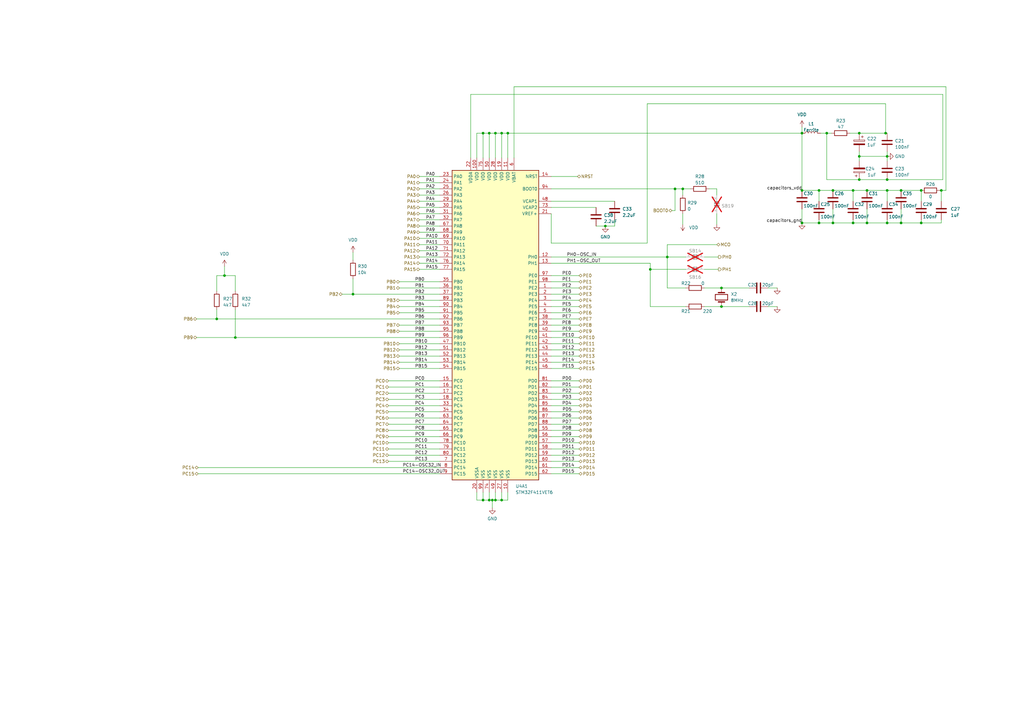
<source format=kicad_sch>
(kicad_sch (version 20230121) (generator eeschema)

  (uuid 8c0ec4ca-3e27-4d81-b030-dfe47aa4abc1)

  (paper "A3")

  (lib_symbols
    (symbol "Device:C" (pin_numbers hide) (pin_names (offset 0.254)) (in_bom yes) (on_board yes)
      (property "Reference" "C" (at 0.635 2.54 0)
        (effects (font (size 1.27 1.27)) (justify left))
      )
      (property "Value" "C" (at 0.635 -2.54 0)
        (effects (font (size 1.27 1.27)) (justify left))
      )
      (property "Footprint" "" (at 0.9652 -3.81 0)
        (effects (font (size 1.27 1.27)) hide)
      )
      (property "Datasheet" "~" (at 0 0 0)
        (effects (font (size 1.27 1.27)) hide)
      )
      (property "ki_keywords" "cap capacitor" (at 0 0 0)
        (effects (font (size 1.27 1.27)) hide)
      )
      (property "ki_description" "Unpolarized capacitor" (at 0 0 0)
        (effects (font (size 1.27 1.27)) hide)
      )
      (property "ki_fp_filters" "C_*" (at 0 0 0)
        (effects (font (size 1.27 1.27)) hide)
      )
      (symbol "C_0_1"
        (polyline
          (pts
            (xy -2.032 -0.762)
            (xy 2.032 -0.762)
          )
          (stroke (width 0.508) (type default))
          (fill (type none))
        )
        (polyline
          (pts
            (xy -2.032 0.762)
            (xy 2.032 0.762)
          )
          (stroke (width 0.508) (type default))
          (fill (type none))
        )
      )
      (symbol "C_1_1"
        (pin passive line (at 0 3.81 270) (length 2.794)
          (name "~" (effects (font (size 1.27 1.27))))
          (number "1" (effects (font (size 1.27 1.27))))
        )
        (pin passive line (at 0 -3.81 90) (length 2.794)
          (name "~" (effects (font (size 1.27 1.27))))
          (number "2" (effects (font (size 1.27 1.27))))
        )
      )
    )
    (symbol "Device:C_Polarized" (pin_numbers hide) (pin_names (offset 0.254)) (in_bom yes) (on_board yes)
      (property "Reference" "C" (at 0.635 2.54 0)
        (effects (font (size 1.27 1.27)) (justify left))
      )
      (property "Value" "C_Polarized" (at 0.635 -2.54 0)
        (effects (font (size 1.27 1.27)) (justify left))
      )
      (property "Footprint" "" (at 0.9652 -3.81 0)
        (effects (font (size 1.27 1.27)) hide)
      )
      (property "Datasheet" "~" (at 0 0 0)
        (effects (font (size 1.27 1.27)) hide)
      )
      (property "ki_keywords" "cap capacitor" (at 0 0 0)
        (effects (font (size 1.27 1.27)) hide)
      )
      (property "ki_description" "Polarized capacitor" (at 0 0 0)
        (effects (font (size 1.27 1.27)) hide)
      )
      (property "ki_fp_filters" "CP_*" (at 0 0 0)
        (effects (font (size 1.27 1.27)) hide)
      )
      (symbol "C_Polarized_0_1"
        (rectangle (start -2.286 0.508) (end 2.286 1.016)
          (stroke (width 0) (type default))
          (fill (type none))
        )
        (polyline
          (pts
            (xy -1.778 2.286)
            (xy -0.762 2.286)
          )
          (stroke (width 0) (type default))
          (fill (type none))
        )
        (polyline
          (pts
            (xy -1.27 2.794)
            (xy -1.27 1.778)
          )
          (stroke (width 0) (type default))
          (fill (type none))
        )
        (rectangle (start 2.286 -0.508) (end -2.286 -1.016)
          (stroke (width 0) (type default))
          (fill (type outline))
        )
      )
      (symbol "C_Polarized_1_1"
        (pin passive line (at 0 3.81 270) (length 2.794)
          (name "~" (effects (font (size 1.27 1.27))))
          (number "1" (effects (font (size 1.27 1.27))))
        )
        (pin passive line (at 0 -3.81 90) (length 2.794)
          (name "~" (effects (font (size 1.27 1.27))))
          (number "2" (effects (font (size 1.27 1.27))))
        )
      )
    )
    (symbol "Device:Crystal" (pin_numbers hide) (pin_names (offset 1.016) hide) (in_bom yes) (on_board yes)
      (property "Reference" "Y" (at 0 3.81 0)
        (effects (font (size 1.27 1.27)))
      )
      (property "Value" "Crystal" (at 0 -3.81 0)
        (effects (font (size 1.27 1.27)))
      )
      (property "Footprint" "" (at 0 0 0)
        (effects (font (size 1.27 1.27)) hide)
      )
      (property "Datasheet" "~" (at 0 0 0)
        (effects (font (size 1.27 1.27)) hide)
      )
      (property "ki_keywords" "quartz ceramic resonator oscillator" (at 0 0 0)
        (effects (font (size 1.27 1.27)) hide)
      )
      (property "ki_description" "Two pin crystal" (at 0 0 0)
        (effects (font (size 1.27 1.27)) hide)
      )
      (property "ki_fp_filters" "Crystal*" (at 0 0 0)
        (effects (font (size 1.27 1.27)) hide)
      )
      (symbol "Crystal_0_1"
        (rectangle (start -1.143 2.54) (end 1.143 -2.54)
          (stroke (width 0.3048) (type default))
          (fill (type none))
        )
        (polyline
          (pts
            (xy -2.54 0)
            (xy -1.905 0)
          )
          (stroke (width 0) (type default))
          (fill (type none))
        )
        (polyline
          (pts
            (xy -1.905 -1.27)
            (xy -1.905 1.27)
          )
          (stroke (width 0.508) (type default))
          (fill (type none))
        )
        (polyline
          (pts
            (xy 1.905 -1.27)
            (xy 1.905 1.27)
          )
          (stroke (width 0.508) (type default))
          (fill (type none))
        )
        (polyline
          (pts
            (xy 2.54 0)
            (xy 1.905 0)
          )
          (stroke (width 0) (type default))
          (fill (type none))
        )
      )
      (symbol "Crystal_1_1"
        (pin passive line (at -3.81 0 0) (length 1.27)
          (name "1" (effects (font (size 1.27 1.27))))
          (number "1" (effects (font (size 1.27 1.27))))
        )
        (pin passive line (at 3.81 0 180) (length 1.27)
          (name "2" (effects (font (size 1.27 1.27))))
          (number "2" (effects (font (size 1.27 1.27))))
        )
      )
    )
    (symbol "Device:L" (pin_numbers hide) (pin_names (offset 1.016) hide) (in_bom yes) (on_board yes)
      (property "Reference" "L" (at -1.27 0 90)
        (effects (font (size 1.27 1.27)))
      )
      (property "Value" "L" (at 1.905 0 90)
        (effects (font (size 1.27 1.27)))
      )
      (property "Footprint" "" (at 0 0 0)
        (effects (font (size 1.27 1.27)) hide)
      )
      (property "Datasheet" "~" (at 0 0 0)
        (effects (font (size 1.27 1.27)) hide)
      )
      (property "ki_keywords" "inductor choke coil reactor magnetic" (at 0 0 0)
        (effects (font (size 1.27 1.27)) hide)
      )
      (property "ki_description" "Inductor" (at 0 0 0)
        (effects (font (size 1.27 1.27)) hide)
      )
      (property "ki_fp_filters" "Choke_* *Coil* Inductor_* L_*" (at 0 0 0)
        (effects (font (size 1.27 1.27)) hide)
      )
      (symbol "L_0_1"
        (arc (start 0 -2.54) (mid 0.6323 -1.905) (end 0 -1.27)
          (stroke (width 0) (type default))
          (fill (type none))
        )
        (arc (start 0 -1.27) (mid 0.6323 -0.635) (end 0 0)
          (stroke (width 0) (type default))
          (fill (type none))
        )
        (arc (start 0 0) (mid 0.6323 0.635) (end 0 1.27)
          (stroke (width 0) (type default))
          (fill (type none))
        )
        (arc (start 0 1.27) (mid 0.6323 1.905) (end 0 2.54)
          (stroke (width 0) (type default))
          (fill (type none))
        )
      )
      (symbol "L_1_1"
        (pin passive line (at 0 3.81 270) (length 1.27)
          (name "1" (effects (font (size 1.27 1.27))))
          (number "1" (effects (font (size 1.27 1.27))))
        )
        (pin passive line (at 0 -3.81 90) (length 1.27)
          (name "2" (effects (font (size 1.27 1.27))))
          (number "2" (effects (font (size 1.27 1.27))))
        )
      )
    )
    (symbol "Device:R" (pin_numbers hide) (pin_names (offset 0)) (in_bom yes) (on_board yes)
      (property "Reference" "R" (at 2.032 0 90)
        (effects (font (size 1.27 1.27)))
      )
      (property "Value" "R" (at 0 0 90)
        (effects (font (size 1.27 1.27)))
      )
      (property "Footprint" "" (at -1.778 0 90)
        (effects (font (size 1.27 1.27)) hide)
      )
      (property "Datasheet" "~" (at 0 0 0)
        (effects (font (size 1.27 1.27)) hide)
      )
      (property "ki_keywords" "R res resistor" (at 0 0 0)
        (effects (font (size 1.27 1.27)) hide)
      )
      (property "ki_description" "Resistor" (at 0 0 0)
        (effects (font (size 1.27 1.27)) hide)
      )
      (property "ki_fp_filters" "R_*" (at 0 0 0)
        (effects (font (size 1.27 1.27)) hide)
      )
      (symbol "R_0_1"
        (rectangle (start -1.016 -2.54) (end 1.016 2.54)
          (stroke (width 0.254) (type default))
          (fill (type none))
        )
      )
      (symbol "R_1_1"
        (pin passive line (at 0 3.81 270) (length 1.27)
          (name "~" (effects (font (size 1.27 1.27))))
          (number "1" (effects (font (size 1.27 1.27))))
        )
        (pin passive line (at 0 -3.81 90) (length 1.27)
          (name "~" (effects (font (size 1.27 1.27))))
          (number "2" (effects (font (size 1.27 1.27))))
        )
      )
    )
    (symbol "Jumper:SolderJumper_2_Open" (pin_names (offset 0) hide) (in_bom yes) (on_board yes)
      (property "Reference" "JP" (at 0 2.032 0)
        (effects (font (size 1.27 1.27)))
      )
      (property "Value" "SolderJumper_2_Open" (at 0 -2.54 0)
        (effects (font (size 1.27 1.27)))
      )
      (property "Footprint" "" (at 0 0 0)
        (effects (font (size 1.27 1.27)) hide)
      )
      (property "Datasheet" "~" (at 0 0 0)
        (effects (font (size 1.27 1.27)) hide)
      )
      (property "ki_keywords" "solder jumper SPST" (at 0 0 0)
        (effects (font (size 1.27 1.27)) hide)
      )
      (property "ki_description" "Solder Jumper, 2-pole, open" (at 0 0 0)
        (effects (font (size 1.27 1.27)) hide)
      )
      (property "ki_fp_filters" "SolderJumper*Open*" (at 0 0 0)
        (effects (font (size 1.27 1.27)) hide)
      )
      (symbol "SolderJumper_2_Open_0_1"
        (arc (start -0.254 1.016) (mid -1.2656 0) (end -0.254 -1.016)
          (stroke (width 0) (type default))
          (fill (type none))
        )
        (arc (start -0.254 1.016) (mid -1.2656 0) (end -0.254 -1.016)
          (stroke (width 0) (type default))
          (fill (type outline))
        )
        (polyline
          (pts
            (xy -0.254 1.016)
            (xy -0.254 -1.016)
          )
          (stroke (width 0) (type default))
          (fill (type none))
        )
        (polyline
          (pts
            (xy 0.254 1.016)
            (xy 0.254 -1.016)
          )
          (stroke (width 0) (type default))
          (fill (type none))
        )
        (arc (start 0.254 -1.016) (mid 1.2656 0) (end 0.254 1.016)
          (stroke (width 0) (type default))
          (fill (type none))
        )
        (arc (start 0.254 -1.016) (mid 1.2656 0) (end 0.254 1.016)
          (stroke (width 0) (type default))
          (fill (type outline))
        )
      )
      (symbol "SolderJumper_2_Open_1_1"
        (pin passive line (at -3.81 0 0) (length 2.54)
          (name "A" (effects (font (size 1.27 1.27))))
          (number "1" (effects (font (size 1.27 1.27))))
        )
        (pin passive line (at 3.81 0 180) (length 2.54)
          (name "B" (effects (font (size 1.27 1.27))))
          (number "2" (effects (font (size 1.27 1.27))))
        )
      )
    )
    (symbol "MCU_ST_STM32F4:STM32F411VETx" (in_bom yes) (on_board yes)
      (property "Reference" "U" (at -17.78 64.77 0)
        (effects (font (size 1.27 1.27)) (justify left))
      )
      (property "Value" "STM32F411VETx" (at 12.7 64.77 0)
        (effects (font (size 1.27 1.27)) (justify left))
      )
      (property "Footprint" "Package_QFP:LQFP-100_14x14mm_P0.5mm" (at -17.78 -63.5 0)
        (effects (font (size 1.27 1.27)) (justify right) hide)
      )
      (property "Datasheet" "http://www.st.com/st-web-ui/static/active/en/resource/technical/document/datasheet/DM00115249.pdf" (at 0 0 0)
        (effects (font (size 1.27 1.27)) hide)
      )
      (property "ki_keywords" "ARM Cortex-M4 STM32F4 STM32F411" (at 0 0 0)
        (effects (font (size 1.27 1.27)) hide)
      )
      (property "ki_description" "ARM Cortex-M4 MCU, 512KB flash, 128KB RAM, 100MHz, 1.7-3.6V, 81 GPIO, LQFP-100" (at 0 0 0)
        (effects (font (size 1.27 1.27)) hide)
      )
      (property "ki_fp_filters" "LQFP*14x14mm*P0.5mm*" (at 0 0 0)
        (effects (font (size 1.27 1.27)) hide)
      )
      (symbol "STM32F411VETx_0_1"
        (rectangle (start -17.78 -63.5) (end 17.78 63.5)
          (stroke (width 0.254) (type default))
          (fill (type background))
        )
      )
      (symbol "STM32F411VETx_1_1"
        (pin bidirectional line (at -22.86 15.24 0) (length 5.08)
          (name "PE2" (effects (font (size 1.27 1.27))))
          (number "1" (effects (font (size 1.27 1.27))))
        )
        (pin power_in line (at -5.08 -68.58 90) (length 5.08)
          (name "VSS" (effects (font (size 1.27 1.27))))
          (number "10" (effects (font (size 1.27 1.27))))
        )
        (pin power_in line (at 7.62 68.58 270) (length 5.08)
          (name "VDD" (effects (font (size 1.27 1.27))))
          (number "100" (effects (font (size 1.27 1.27))))
        )
        (pin power_in line (at -5.08 68.58 270) (length 5.08)
          (name "VDD" (effects (font (size 1.27 1.27))))
          (number "11" (effects (font (size 1.27 1.27))))
        )
        (pin input line (at -22.86 27.94 0) (length 5.08)
          (name "PH0" (effects (font (size 1.27 1.27))))
          (number "12" (effects (font (size 1.27 1.27))))
        )
        (pin input line (at -22.86 25.4 0) (length 5.08)
          (name "PH1" (effects (font (size 1.27 1.27))))
          (number "13" (effects (font (size 1.27 1.27))))
        )
        (pin input line (at -22.86 60.96 0) (length 5.08)
          (name "NRST" (effects (font (size 1.27 1.27))))
          (number "14" (effects (font (size 1.27 1.27))))
        )
        (pin bidirectional line (at 22.86 -22.86 180) (length 5.08)
          (name "PC0" (effects (font (size 1.27 1.27))))
          (number "15" (effects (font (size 1.27 1.27))))
        )
        (pin bidirectional line (at 22.86 -25.4 180) (length 5.08)
          (name "PC1" (effects (font (size 1.27 1.27))))
          (number "16" (effects (font (size 1.27 1.27))))
        )
        (pin bidirectional line (at 22.86 -27.94 180) (length 5.08)
          (name "PC2" (effects (font (size 1.27 1.27))))
          (number "17" (effects (font (size 1.27 1.27))))
        )
        (pin bidirectional line (at 22.86 -30.48 180) (length 5.08)
          (name "PC3" (effects (font (size 1.27 1.27))))
          (number "18" (effects (font (size 1.27 1.27))))
        )
        (pin power_in line (at -2.54 68.58 270) (length 5.08)
          (name "VDD" (effects (font (size 1.27 1.27))))
          (number "19" (effects (font (size 1.27 1.27))))
        )
        (pin bidirectional line (at -22.86 12.7 0) (length 5.08)
          (name "PE3" (effects (font (size 1.27 1.27))))
          (number "2" (effects (font (size 1.27 1.27))))
        )
        (pin power_in line (at 7.62 -68.58 90) (length 5.08)
          (name "VSSA" (effects (font (size 1.27 1.27))))
          (number "20" (effects (font (size 1.27 1.27))))
        )
        (pin power_in line (at -22.86 45.72 0) (length 5.08)
          (name "VREF+" (effects (font (size 1.27 1.27))))
          (number "21" (effects (font (size 1.27 1.27))))
        )
        (pin power_in line (at 10.16 68.58 270) (length 5.08)
          (name "VDDA" (effects (font (size 1.27 1.27))))
          (number "22" (effects (font (size 1.27 1.27))))
        )
        (pin bidirectional line (at 22.86 60.96 180) (length 5.08)
          (name "PA0" (effects (font (size 1.27 1.27))))
          (number "23" (effects (font (size 1.27 1.27))))
        )
        (pin bidirectional line (at 22.86 58.42 180) (length 5.08)
          (name "PA1" (effects (font (size 1.27 1.27))))
          (number "24" (effects (font (size 1.27 1.27))))
        )
        (pin bidirectional line (at 22.86 55.88 180) (length 5.08)
          (name "PA2" (effects (font (size 1.27 1.27))))
          (number "25" (effects (font (size 1.27 1.27))))
        )
        (pin bidirectional line (at 22.86 53.34 180) (length 5.08)
          (name "PA3" (effects (font (size 1.27 1.27))))
          (number "26" (effects (font (size 1.27 1.27))))
        )
        (pin power_in line (at -2.54 -68.58 90) (length 5.08)
          (name "VSS" (effects (font (size 1.27 1.27))))
          (number "27" (effects (font (size 1.27 1.27))))
        )
        (pin power_in line (at 0 68.58 270) (length 5.08)
          (name "VDD" (effects (font (size 1.27 1.27))))
          (number "28" (effects (font (size 1.27 1.27))))
        )
        (pin bidirectional line (at 22.86 50.8 180) (length 5.08)
          (name "PA4" (effects (font (size 1.27 1.27))))
          (number "29" (effects (font (size 1.27 1.27))))
        )
        (pin bidirectional line (at -22.86 10.16 0) (length 5.08)
          (name "PE4" (effects (font (size 1.27 1.27))))
          (number "3" (effects (font (size 1.27 1.27))))
        )
        (pin bidirectional line (at 22.86 48.26 180) (length 5.08)
          (name "PA5" (effects (font (size 1.27 1.27))))
          (number "30" (effects (font (size 1.27 1.27))))
        )
        (pin bidirectional line (at 22.86 45.72 180) (length 5.08)
          (name "PA6" (effects (font (size 1.27 1.27))))
          (number "31" (effects (font (size 1.27 1.27))))
        )
        (pin bidirectional line (at 22.86 43.18 180) (length 5.08)
          (name "PA7" (effects (font (size 1.27 1.27))))
          (number "32" (effects (font (size 1.27 1.27))))
        )
        (pin bidirectional line (at 22.86 -33.02 180) (length 5.08)
          (name "PC4" (effects (font (size 1.27 1.27))))
          (number "33" (effects (font (size 1.27 1.27))))
        )
        (pin bidirectional line (at 22.86 -35.56 180) (length 5.08)
          (name "PC5" (effects (font (size 1.27 1.27))))
          (number "34" (effects (font (size 1.27 1.27))))
        )
        (pin bidirectional line (at 22.86 17.78 180) (length 5.08)
          (name "PB0" (effects (font (size 1.27 1.27))))
          (number "35" (effects (font (size 1.27 1.27))))
        )
        (pin bidirectional line (at 22.86 15.24 180) (length 5.08)
          (name "PB1" (effects (font (size 1.27 1.27))))
          (number "36" (effects (font (size 1.27 1.27))))
        )
        (pin bidirectional line (at 22.86 12.7 180) (length 5.08)
          (name "PB2" (effects (font (size 1.27 1.27))))
          (number "37" (effects (font (size 1.27 1.27))))
        )
        (pin bidirectional line (at -22.86 2.54 0) (length 5.08)
          (name "PE7" (effects (font (size 1.27 1.27))))
          (number "38" (effects (font (size 1.27 1.27))))
        )
        (pin bidirectional line (at -22.86 0 0) (length 5.08)
          (name "PE8" (effects (font (size 1.27 1.27))))
          (number "39" (effects (font (size 1.27 1.27))))
        )
        (pin bidirectional line (at -22.86 7.62 0) (length 5.08)
          (name "PE5" (effects (font (size 1.27 1.27))))
          (number "4" (effects (font (size 1.27 1.27))))
        )
        (pin bidirectional line (at -22.86 -2.54 0) (length 5.08)
          (name "PE9" (effects (font (size 1.27 1.27))))
          (number "40" (effects (font (size 1.27 1.27))))
        )
        (pin bidirectional line (at -22.86 -5.08 0) (length 5.08)
          (name "PE10" (effects (font (size 1.27 1.27))))
          (number "41" (effects (font (size 1.27 1.27))))
        )
        (pin bidirectional line (at -22.86 -7.62 0) (length 5.08)
          (name "PE11" (effects (font (size 1.27 1.27))))
          (number "42" (effects (font (size 1.27 1.27))))
        )
        (pin bidirectional line (at -22.86 -10.16 0) (length 5.08)
          (name "PE12" (effects (font (size 1.27 1.27))))
          (number "43" (effects (font (size 1.27 1.27))))
        )
        (pin bidirectional line (at -22.86 -12.7 0) (length 5.08)
          (name "PE13" (effects (font (size 1.27 1.27))))
          (number "44" (effects (font (size 1.27 1.27))))
        )
        (pin bidirectional line (at -22.86 -15.24 0) (length 5.08)
          (name "PE14" (effects (font (size 1.27 1.27))))
          (number "45" (effects (font (size 1.27 1.27))))
        )
        (pin bidirectional line (at -22.86 -17.78 0) (length 5.08)
          (name "PE15" (effects (font (size 1.27 1.27))))
          (number "46" (effects (font (size 1.27 1.27))))
        )
        (pin bidirectional line (at 22.86 -7.62 180) (length 5.08)
          (name "PB10" (effects (font (size 1.27 1.27))))
          (number "47" (effects (font (size 1.27 1.27))))
        )
        (pin power_in line (at -22.86 50.8 0) (length 5.08)
          (name "VCAP1" (effects (font (size 1.27 1.27))))
          (number "48" (effects (font (size 1.27 1.27))))
        )
        (pin power_in line (at 0 -68.58 90) (length 5.08)
          (name "VSS" (effects (font (size 1.27 1.27))))
          (number "49" (effects (font (size 1.27 1.27))))
        )
        (pin bidirectional line (at -22.86 5.08 0) (length 5.08)
          (name "PE6" (effects (font (size 1.27 1.27))))
          (number "5" (effects (font (size 1.27 1.27))))
        )
        (pin power_in line (at 2.54 68.58 270) (length 5.08)
          (name "VDD" (effects (font (size 1.27 1.27))))
          (number "50" (effects (font (size 1.27 1.27))))
        )
        (pin bidirectional line (at 22.86 -10.16 180) (length 5.08)
          (name "PB12" (effects (font (size 1.27 1.27))))
          (number "51" (effects (font (size 1.27 1.27))))
        )
        (pin bidirectional line (at 22.86 -12.7 180) (length 5.08)
          (name "PB13" (effects (font (size 1.27 1.27))))
          (number "52" (effects (font (size 1.27 1.27))))
        )
        (pin bidirectional line (at 22.86 -15.24 180) (length 5.08)
          (name "PB14" (effects (font (size 1.27 1.27))))
          (number "53" (effects (font (size 1.27 1.27))))
        )
        (pin bidirectional line (at 22.86 -17.78 180) (length 5.08)
          (name "PB15" (effects (font (size 1.27 1.27))))
          (number "54" (effects (font (size 1.27 1.27))))
        )
        (pin bidirectional line (at -22.86 -43.18 0) (length 5.08)
          (name "PD8" (effects (font (size 1.27 1.27))))
          (number "55" (effects (font (size 1.27 1.27))))
        )
        (pin bidirectional line (at -22.86 -45.72 0) (length 5.08)
          (name "PD9" (effects (font (size 1.27 1.27))))
          (number "56" (effects (font (size 1.27 1.27))))
        )
        (pin bidirectional line (at -22.86 -48.26 0) (length 5.08)
          (name "PD10" (effects (font (size 1.27 1.27))))
          (number "57" (effects (font (size 1.27 1.27))))
        )
        (pin bidirectional line (at -22.86 -50.8 0) (length 5.08)
          (name "PD11" (effects (font (size 1.27 1.27))))
          (number "58" (effects (font (size 1.27 1.27))))
        )
        (pin bidirectional line (at -22.86 -53.34 0) (length 5.08)
          (name "PD12" (effects (font (size 1.27 1.27))))
          (number "59" (effects (font (size 1.27 1.27))))
        )
        (pin power_in line (at -7.62 68.58 270) (length 5.08)
          (name "VBAT" (effects (font (size 1.27 1.27))))
          (number "6" (effects (font (size 1.27 1.27))))
        )
        (pin bidirectional line (at -22.86 -55.88 0) (length 5.08)
          (name "PD13" (effects (font (size 1.27 1.27))))
          (number "60" (effects (font (size 1.27 1.27))))
        )
        (pin bidirectional line (at -22.86 -58.42 0) (length 5.08)
          (name "PD14" (effects (font (size 1.27 1.27))))
          (number "61" (effects (font (size 1.27 1.27))))
        )
        (pin bidirectional line (at -22.86 -60.96 0) (length 5.08)
          (name "PD15" (effects (font (size 1.27 1.27))))
          (number "62" (effects (font (size 1.27 1.27))))
        )
        (pin bidirectional line (at 22.86 -38.1 180) (length 5.08)
          (name "PC6" (effects (font (size 1.27 1.27))))
          (number "63" (effects (font (size 1.27 1.27))))
        )
        (pin bidirectional line (at 22.86 -40.64 180) (length 5.08)
          (name "PC7" (effects (font (size 1.27 1.27))))
          (number "64" (effects (font (size 1.27 1.27))))
        )
        (pin bidirectional line (at 22.86 -43.18 180) (length 5.08)
          (name "PC8" (effects (font (size 1.27 1.27))))
          (number "65" (effects (font (size 1.27 1.27))))
        )
        (pin bidirectional line (at 22.86 -45.72 180) (length 5.08)
          (name "PC9" (effects (font (size 1.27 1.27))))
          (number "66" (effects (font (size 1.27 1.27))))
        )
        (pin bidirectional line (at 22.86 40.64 180) (length 5.08)
          (name "PA8" (effects (font (size 1.27 1.27))))
          (number "67" (effects (font (size 1.27 1.27))))
        )
        (pin bidirectional line (at 22.86 38.1 180) (length 5.08)
          (name "PA9" (effects (font (size 1.27 1.27))))
          (number "68" (effects (font (size 1.27 1.27))))
        )
        (pin bidirectional line (at 22.86 35.56 180) (length 5.08)
          (name "PA10" (effects (font (size 1.27 1.27))))
          (number "69" (effects (font (size 1.27 1.27))))
        )
        (pin bidirectional line (at 22.86 -55.88 180) (length 5.08)
          (name "PC13" (effects (font (size 1.27 1.27))))
          (number "7" (effects (font (size 1.27 1.27))))
        )
        (pin bidirectional line (at 22.86 33.02 180) (length 5.08)
          (name "PA11" (effects (font (size 1.27 1.27))))
          (number "70" (effects (font (size 1.27 1.27))))
        )
        (pin bidirectional line (at 22.86 30.48 180) (length 5.08)
          (name "PA12" (effects (font (size 1.27 1.27))))
          (number "71" (effects (font (size 1.27 1.27))))
        )
        (pin bidirectional line (at 22.86 27.94 180) (length 5.08)
          (name "PA13" (effects (font (size 1.27 1.27))))
          (number "72" (effects (font (size 1.27 1.27))))
        )
        (pin power_in line (at -22.86 48.26 0) (length 5.08)
          (name "VCAP2" (effects (font (size 1.27 1.27))))
          (number "73" (effects (font (size 1.27 1.27))))
        )
        (pin power_in line (at 2.54 -68.58 90) (length 5.08)
          (name "VSS" (effects (font (size 1.27 1.27))))
          (number "74" (effects (font (size 1.27 1.27))))
        )
        (pin power_in line (at 5.08 68.58 270) (length 5.08)
          (name "VDD" (effects (font (size 1.27 1.27))))
          (number "75" (effects (font (size 1.27 1.27))))
        )
        (pin bidirectional line (at 22.86 25.4 180) (length 5.08)
          (name "PA14" (effects (font (size 1.27 1.27))))
          (number "76" (effects (font (size 1.27 1.27))))
        )
        (pin bidirectional line (at 22.86 22.86 180) (length 5.08)
          (name "PA15" (effects (font (size 1.27 1.27))))
          (number "77" (effects (font (size 1.27 1.27))))
        )
        (pin bidirectional line (at 22.86 -48.26 180) (length 5.08)
          (name "PC10" (effects (font (size 1.27 1.27))))
          (number "78" (effects (font (size 1.27 1.27))))
        )
        (pin bidirectional line (at 22.86 -50.8 180) (length 5.08)
          (name "PC11" (effects (font (size 1.27 1.27))))
          (number "79" (effects (font (size 1.27 1.27))))
        )
        (pin bidirectional line (at 22.86 -58.42 180) (length 5.08)
          (name "PC14" (effects (font (size 1.27 1.27))))
          (number "8" (effects (font (size 1.27 1.27))))
        )
        (pin bidirectional line (at 22.86 -53.34 180) (length 5.08)
          (name "PC12" (effects (font (size 1.27 1.27))))
          (number "80" (effects (font (size 1.27 1.27))))
        )
        (pin bidirectional line (at -22.86 -22.86 0) (length 5.08)
          (name "PD0" (effects (font (size 1.27 1.27))))
          (number "81" (effects (font (size 1.27 1.27))))
        )
        (pin bidirectional line (at -22.86 -25.4 0) (length 5.08)
          (name "PD1" (effects (font (size 1.27 1.27))))
          (number "82" (effects (font (size 1.27 1.27))))
        )
        (pin bidirectional line (at -22.86 -27.94 0) (length 5.08)
          (name "PD2" (effects (font (size 1.27 1.27))))
          (number "83" (effects (font (size 1.27 1.27))))
        )
        (pin bidirectional line (at -22.86 -30.48 0) (length 5.08)
          (name "PD3" (effects (font (size 1.27 1.27))))
          (number "84" (effects (font (size 1.27 1.27))))
        )
        (pin bidirectional line (at -22.86 -33.02 0) (length 5.08)
          (name "PD4" (effects (font (size 1.27 1.27))))
          (number "85" (effects (font (size 1.27 1.27))))
        )
        (pin bidirectional line (at -22.86 -35.56 0) (length 5.08)
          (name "PD5" (effects (font (size 1.27 1.27))))
          (number "86" (effects (font (size 1.27 1.27))))
        )
        (pin bidirectional line (at -22.86 -38.1 0) (length 5.08)
          (name "PD6" (effects (font (size 1.27 1.27))))
          (number "87" (effects (font (size 1.27 1.27))))
        )
        (pin bidirectional line (at -22.86 -40.64 0) (length 5.08)
          (name "PD7" (effects (font (size 1.27 1.27))))
          (number "88" (effects (font (size 1.27 1.27))))
        )
        (pin bidirectional line (at 22.86 10.16 180) (length 5.08)
          (name "PB3" (effects (font (size 1.27 1.27))))
          (number "89" (effects (font (size 1.27 1.27))))
        )
        (pin bidirectional line (at 22.86 -60.96 180) (length 5.08)
          (name "PC15" (effects (font (size 1.27 1.27))))
          (number "9" (effects (font (size 1.27 1.27))))
        )
        (pin bidirectional line (at 22.86 7.62 180) (length 5.08)
          (name "PB4" (effects (font (size 1.27 1.27))))
          (number "90" (effects (font (size 1.27 1.27))))
        )
        (pin bidirectional line (at 22.86 5.08 180) (length 5.08)
          (name "PB5" (effects (font (size 1.27 1.27))))
          (number "91" (effects (font (size 1.27 1.27))))
        )
        (pin bidirectional line (at 22.86 2.54 180) (length 5.08)
          (name "PB6" (effects (font (size 1.27 1.27))))
          (number "92" (effects (font (size 1.27 1.27))))
        )
        (pin bidirectional line (at 22.86 0 180) (length 5.08)
          (name "PB7" (effects (font (size 1.27 1.27))))
          (number "93" (effects (font (size 1.27 1.27))))
        )
        (pin input line (at -22.86 55.88 0) (length 5.08)
          (name "BOOT0" (effects (font (size 1.27 1.27))))
          (number "94" (effects (font (size 1.27 1.27))))
        )
        (pin bidirectional line (at 22.86 -2.54 180) (length 5.08)
          (name "PB8" (effects (font (size 1.27 1.27))))
          (number "95" (effects (font (size 1.27 1.27))))
        )
        (pin bidirectional line (at 22.86 -5.08 180) (length 5.08)
          (name "PB9" (effects (font (size 1.27 1.27))))
          (number "96" (effects (font (size 1.27 1.27))))
        )
        (pin bidirectional line (at -22.86 20.32 0) (length 5.08)
          (name "PE0" (effects (font (size 1.27 1.27))))
          (number "97" (effects (font (size 1.27 1.27))))
        )
        (pin bidirectional line (at -22.86 17.78 0) (length 5.08)
          (name "PE1" (effects (font (size 1.27 1.27))))
          (number "98" (effects (font (size 1.27 1.27))))
        )
        (pin power_in line (at 5.08 -68.58 90) (length 5.08)
          (name "VSS" (effects (font (size 1.27 1.27))))
          (number "99" (effects (font (size 1.27 1.27))))
        )
      )
    )
    (symbol "power:GND" (power) (pin_names (offset 0)) (in_bom yes) (on_board yes)
      (property "Reference" "#PWR" (at 0 -6.35 0)
        (effects (font (size 1.27 1.27)) hide)
      )
      (property "Value" "GND" (at 0 -3.81 0)
        (effects (font (size 1.27 1.27)))
      )
      (property "Footprint" "" (at 0 0 0)
        (effects (font (size 1.27 1.27)) hide)
      )
      (property "Datasheet" "" (at 0 0 0)
        (effects (font (size 1.27 1.27)) hide)
      )
      (property "ki_keywords" "power-flag" (at 0 0 0)
        (effects (font (size 1.27 1.27)) hide)
      )
      (property "ki_description" "Power symbol creates a global label with name \"GND\" , ground" (at 0 0 0)
        (effects (font (size 1.27 1.27)) hide)
      )
      (symbol "GND_0_1"
        (polyline
          (pts
            (xy 0 0)
            (xy 0 -1.27)
            (xy 1.27 -1.27)
            (xy 0 -2.54)
            (xy -1.27 -1.27)
            (xy 0 -1.27)
          )
          (stroke (width 0) (type default))
          (fill (type none))
        )
      )
      (symbol "GND_1_1"
        (pin power_in line (at 0 0 270) (length 0) hide
          (name "GND" (effects (font (size 1.27 1.27))))
          (number "1" (effects (font (size 1.27 1.27))))
        )
      )
    )
    (symbol "power:VDD" (power) (pin_names (offset 0)) (in_bom yes) (on_board yes)
      (property "Reference" "#PWR" (at 0 -3.81 0)
        (effects (font (size 1.27 1.27)) hide)
      )
      (property "Value" "VDD" (at 0 3.81 0)
        (effects (font (size 1.27 1.27)))
      )
      (property "Footprint" "" (at 0 0 0)
        (effects (font (size 1.27 1.27)) hide)
      )
      (property "Datasheet" "" (at 0 0 0)
        (effects (font (size 1.27 1.27)) hide)
      )
      (property "ki_keywords" "power-flag" (at 0 0 0)
        (effects (font (size 1.27 1.27)) hide)
      )
      (property "ki_description" "Power symbol creates a global label with name \"VDD\"" (at 0 0 0)
        (effects (font (size 1.27 1.27)) hide)
      )
      (symbol "VDD_0_1"
        (polyline
          (pts
            (xy -0.762 1.27)
            (xy 0 2.54)
          )
          (stroke (width 0) (type default))
          (fill (type none))
        )
        (polyline
          (pts
            (xy 0 0)
            (xy 0 2.54)
          )
          (stroke (width 0) (type default))
          (fill (type none))
        )
        (polyline
          (pts
            (xy 0 2.54)
            (xy 0.762 1.27)
          )
          (stroke (width 0) (type default))
          (fill (type none))
        )
      )
      (symbol "VDD_1_1"
        (pin power_in line (at 0 0 90) (length 0) hide
          (name "VDD" (effects (font (size 1.27 1.27))))
          (number "1" (effects (font (size 1.27 1.27))))
        )
      )
    )
  )

  (junction (at 295.91 118.11) (diameter 0) (color 0 0 0 0)
    (uuid 014b7607-6e4c-4329-9613-950a440d2437)
  )
  (junction (at 280.035 77.47) (diameter 0) (color 0 0 0 0)
    (uuid 06e73bfb-104d-48ad-ab05-5ba848e4882d)
  )
  (junction (at 341.63 91.44) (diameter 0) (color 0 0 0 0)
    (uuid 12aafc69-70c9-409f-9ee4-239bc327d515)
  )
  (junction (at 295.91 125.73) (diameter 0) (color 0 0 0 0)
    (uuid 172ae4bd-30da-4313-9ff8-441a9cb43682)
  )
  (junction (at 363.855 73.66) (diameter 0) (color 0 0 0 0)
    (uuid 1abd9275-566d-4dd4-9cd2-5639411ddd74)
  )
  (junction (at 386.08 78.105) (diameter 0) (color 0 0 0 0)
    (uuid 1bc43c16-4572-45f3-ad6f-9d136304619b)
  )
  (junction (at 369.57 91.44) (diameter 0) (color 0 0 0 0)
    (uuid 1c916e24-c273-4502-8d46-c8bc4afebb07)
  )
  (junction (at 266.7 110.49) (diameter 0) (color 0 0 0 0)
    (uuid 1e488f31-a58a-46a6-a708-c6e3c9ee94e9)
  )
  (junction (at 349.885 78.105) (diameter 0) (color 0 0 0 0)
    (uuid 2531add7-c850-4c79-8486-a0d156fdb74c)
  )
  (junction (at 198.12 54.61) (diameter 0) (color 0 0 0 0)
    (uuid 2a0145fe-c9ff-4075-a568-adc2de95b104)
  )
  (junction (at 363.22 54.61) (diameter 0) (color 0 0 0 0)
    (uuid 31e26077-6068-44a3-bd20-40042787a48e)
  )
  (junction (at 200.66 54.61) (diameter 0) (color 0 0 0 0)
    (uuid 38c22ec7-e04d-4358-b936-d971662e1405)
  )
  (junction (at 276.86 77.47) (diameter 0) (color 0 0 0 0)
    (uuid 3cf82be1-39ba-49b9-8883-ea88f7021d75)
  )
  (junction (at 92.075 113.03) (diameter 0) (color 0 0 0 0)
    (uuid 42e2e9a1-a0fb-4be0-8e90-8f8bbd0899c8)
  )
  (junction (at 352.425 73.66) (diameter 0) (color 0 0 0 0)
    (uuid 46bb5f05-69a9-4878-a42d-a8049b68efd3)
  )
  (junction (at 328.93 54.61) (diameter 0) (color 0 0 0 0)
    (uuid 47f13ee5-f967-4e40-9a7d-7d5fe7aae6cb)
  )
  (junction (at 355.6 78.105) (diameter 0) (color 0 0 0 0)
    (uuid 4bed86f2-34eb-4276-98cf-bcd056e7f036)
  )
  (junction (at 369.57 78.105) (diameter 0) (color 0 0 0 0)
    (uuid 4c33ba3b-fe1b-4554-9ddd-dedc4dd6c2bf)
  )
  (junction (at 88.9 130.81) (diameter 0) (color 0 0 0 0)
    (uuid 5591fea2-3618-46c2-a8de-29cb248ad8ed)
  )
  (junction (at 335.915 78.105) (diameter 0) (color 0 0 0 0)
    (uuid 5b3216bb-8dc1-4087-93a5-d844341474e4)
  )
  (junction (at 203.2 205.105) (diameter 0) (color 0 0 0 0)
    (uuid 5d28d964-f569-4d53-aad3-2a6b4439e18d)
  )
  (junction (at 198.12 205.105) (diameter 0) (color 0 0 0 0)
    (uuid 69942b11-8503-40ad-a231-7798f804f44a)
  )
  (junction (at 363.855 91.44) (diameter 0) (color 0 0 0 0)
    (uuid 73656af7-dd19-44e9-82b0-e4dc402cd289)
  )
  (junction (at 377.825 78.105) (diameter 0) (color 0 0 0 0)
    (uuid 793a69cc-7aff-403e-8390-9fbde1d56bb7)
  )
  (junction (at 349.885 91.44) (diameter 0) (color 0 0 0 0)
    (uuid 7a9fecd6-829c-4788-b17d-e6f5d4f2c3a8)
  )
  (junction (at 205.74 205.105) (diameter 0) (color 0 0 0 0)
    (uuid 8554973c-60d1-42db-b0f5-a18da4b57e71)
  )
  (junction (at 335.915 91.44) (diameter 0) (color 0 0 0 0)
    (uuid b42d4f80-c308-4cda-8964-a39d2f94bd6b)
  )
  (junction (at 96.52 138.43) (diameter 0) (color 0 0 0 0)
    (uuid b7d4ad5c-9033-4a77-8627-8eb4d9912774)
  )
  (junction (at 205.74 54.61) (diameter 0) (color 0 0 0 0)
    (uuid b81de1a6-be0a-4104-8ce2-7263c9da2080)
  )
  (junction (at 144.78 120.65) (diameter 0) (color 0 0 0 0)
    (uuid ba04ff63-c836-48b1-93ec-525172baf90f)
  )
  (junction (at 328.93 78.105) (diameter 0) (color 0 0 0 0)
    (uuid c0c88a58-cbab-4a23-96d3-72d0145d08df)
  )
  (junction (at 248.285 92.71) (diameter 0) (color 0 0 0 0)
    (uuid ca1cc0dd-35a8-46ea-8a17-c547ec8d935d)
  )
  (junction (at 377.825 91.44) (diameter 0) (color 0 0 0 0)
    (uuid cc5dd617-9ed5-4598-890e-4481a2b05ac0)
  )
  (junction (at 208.28 54.61) (diameter 0) (color 0 0 0 0)
    (uuid d9088f50-f300-4946-b277-9246caa25dec)
  )
  (junction (at 203.2 54.61) (diameter 0) (color 0 0 0 0)
    (uuid dc772aa1-2bb7-44ca-b826-32eaaf7394f0)
  )
  (junction (at 339.09 54.61) (diameter 0) (color 0 0 0 0)
    (uuid de2ed43f-4b5b-49f9-81ab-57ce1b6c0a7d)
  )
  (junction (at 352.425 54.61) (diameter 0) (color 0 0 0 0)
    (uuid e3dada47-682a-490e-a276-414d836a6336)
  )
  (junction (at 200.66 205.105) (diameter 0) (color 0 0 0 0)
    (uuid e40c2576-653e-43cc-85ab-73bce22d4a05)
  )
  (junction (at 328.93 91.44) (diameter 0) (color 0 0 0 0)
    (uuid e90710d2-f6c0-4813-a935-c8785b067a0b)
  )
  (junction (at 273.685 105.41) (diameter 0) (color 0 0 0 0)
    (uuid e98e0f41-a1f5-40cd-9187-505285779bfa)
  )
  (junction (at 355.6 91.44) (diameter 0) (color 0 0 0 0)
    (uuid ece53969-f618-499b-9c3e-cbd3362f673e)
  )
  (junction (at 201.93 205.105) (diameter 0) (color 0 0 0 0)
    (uuid ef3ed0c4-bd43-497d-b48d-0c5ff9195e0d)
  )
  (junction (at 363.855 78.105) (diameter 0) (color 0 0 0 0)
    (uuid efa27090-5b62-4222-9518-089b91e9a906)
  )
  (junction (at 352.425 64.135) (diameter 0) (color 0 0 0 0)
    (uuid f77aaa6e-9ad3-4219-9dea-80eb85cbd233)
  )
  (junction (at 363.855 64.135) (diameter 0) (color 0 0 0 0)
    (uuid f96befb5-65d6-4104-ba7f-09692e5762bf)
  )
  (junction (at 341.63 78.105) (diameter 0) (color 0 0 0 0)
    (uuid f9acec6a-984b-408a-825e-703efd12f9b8)
  )

  (wire (pts (xy 252.095 92.71) (xy 252.095 90.17))
    (stroke (width 0) (type default))
    (uuid 014ecb01-c17e-4491-aa93-e64eb408be50)
  )
  (wire (pts (xy 81.28 191.77) (xy 180.34 191.77))
    (stroke (width 0) (type default))
    (uuid 03c8a580-a21b-4f2b-9741-06fef1b35d3a)
  )
  (wire (pts (xy 385.445 78.105) (xy 386.08 78.105))
    (stroke (width 0) (type default))
    (uuid 043b347b-864a-4470-b9b8-04c3349c6dfd)
  )
  (wire (pts (xy 335.915 78.105) (xy 341.63 78.105))
    (stroke (width 0) (type default))
    (uuid 0464e3f2-edf5-4183-bc77-3e38b381eb43)
  )
  (wire (pts (xy 226.06 118.11) (xy 237.49 118.11))
    (stroke (width 0) (type default))
    (uuid 04cf3749-167e-424b-ab07-724a630c62dd)
  )
  (wire (pts (xy 159.385 168.91) (xy 180.34 168.91))
    (stroke (width 0) (type default))
    (uuid 0621ccfc-697a-4106-ad2f-630d42ae355c)
  )
  (wire (pts (xy 363.855 90.17) (xy 363.855 91.44))
    (stroke (width 0) (type default))
    (uuid 06576972-d9a5-4005-843b-793198933d93)
  )
  (wire (pts (xy 163.83 125.73) (xy 180.34 125.73))
    (stroke (width 0) (type default))
    (uuid 0912e275-666c-4de8-b9de-22d1b168c14f)
  )
  (wire (pts (xy 205.74 205.105) (xy 203.2 205.105))
    (stroke (width 0) (type default))
    (uuid 0acb8bcf-846f-4027-8e2d-42c983a5a450)
  )
  (wire (pts (xy 226.06 120.65) (xy 237.49 120.65))
    (stroke (width 0) (type default))
    (uuid 0b3210cb-244c-4351-a69b-36b9ff9d33a1)
  )
  (wire (pts (xy 172.085 82.55) (xy 180.34 82.55))
    (stroke (width 0) (type default))
    (uuid 0b486a60-8c3f-4874-b1c7-2cf109d8678e)
  )
  (wire (pts (xy 377.825 90.17) (xy 377.825 91.44))
    (stroke (width 0) (type default))
    (uuid 0b52fb19-f0c9-438e-86b4-223f3b7d05ad)
  )
  (wire (pts (xy 163.83 140.97) (xy 180.34 140.97))
    (stroke (width 0) (type default))
    (uuid 0c6213f3-c88c-44d1-87d3-cc59f6a5843a)
  )
  (wire (pts (xy 172.085 90.17) (xy 180.34 90.17))
    (stroke (width 0) (type default))
    (uuid 0eee76b0-4db4-4fd7-8a24-f0ec17dd7f41)
  )
  (wire (pts (xy 96.52 127) (xy 96.52 138.43))
    (stroke (width 0) (type default))
    (uuid 0ff4e49a-8f3b-4c91-a9ea-9558e912cce2)
  )
  (wire (pts (xy 163.83 123.19) (xy 180.34 123.19))
    (stroke (width 0) (type default))
    (uuid 104c092a-1bfe-4a19-aeb9-3ef1a1610438)
  )
  (wire (pts (xy 205.74 201.93) (xy 205.74 205.105))
    (stroke (width 0) (type default))
    (uuid 155887a4-618b-49d3-910f-71e1c4a4bf42)
  )
  (wire (pts (xy 273.685 100.33) (xy 273.685 105.41))
    (stroke (width 0) (type default))
    (uuid 162e091e-ff6a-4f39-b589-bb7e2cdd8c98)
  )
  (wire (pts (xy 349.885 78.105) (xy 349.885 82.55))
    (stroke (width 0) (type default))
    (uuid 18ab22eb-2e53-4b50-b37b-47392ae990d4)
  )
  (wire (pts (xy 159.385 173.99) (xy 180.34 173.99))
    (stroke (width 0) (type default))
    (uuid 18b9ffc7-88ff-40b4-b958-de37bb120c25)
  )
  (wire (pts (xy 352.425 73.66) (xy 363.855 73.66))
    (stroke (width 0) (type default))
    (uuid 18cfca64-4a0c-41b8-adc9-6ccbf598e3e0)
  )
  (wire (pts (xy 314.96 118.11) (xy 318.77 118.11))
    (stroke (width 0) (type default))
    (uuid 18d9498f-f49d-4b43-9219-317f59ceace6)
  )
  (wire (pts (xy 226.06 113.03) (xy 237.49 113.03))
    (stroke (width 0) (type default))
    (uuid 18eab40c-5cf5-4d7e-a43b-251e4d08ea20)
  )
  (wire (pts (xy 195.58 54.61) (xy 198.12 54.61))
    (stroke (width 0) (type default))
    (uuid 1af84315-ece7-4287-8e85-ced7a37352be)
  )
  (wire (pts (xy 290.83 77.47) (xy 294.005 77.47))
    (stroke (width 0) (type default))
    (uuid 1b1f20df-d924-425a-bb7e-046e227f7d42)
  )
  (wire (pts (xy 265.43 42.545) (xy 363.22 42.545))
    (stroke (width 0) (type default))
    (uuid 1b3e557e-e17c-40b1-b985-8e524b7cbfa8)
  )
  (wire (pts (xy 244.475 92.71) (xy 248.285 92.71))
    (stroke (width 0) (type default))
    (uuid 1dedcd7f-ac13-4ceb-a87e-34b6145c32ac)
  )
  (wire (pts (xy 349.885 90.17) (xy 349.885 91.44))
    (stroke (width 0) (type default))
    (uuid 1f9eeb5f-3563-46d9-b2d3-ea966f12aec2)
  )
  (wire (pts (xy 295.91 118.11) (xy 307.34 118.11))
    (stroke (width 0) (type default))
    (uuid 2042c6c9-131f-40ec-bde4-e688d2b5e757)
  )
  (wire (pts (xy 226.06 128.27) (xy 237.49 128.27))
    (stroke (width 0) (type default))
    (uuid 2089317d-8d12-4f5b-84d4-4b83b1ab8e70)
  )
  (wire (pts (xy 226.06 168.91) (xy 237.49 168.91))
    (stroke (width 0) (type default))
    (uuid 232a8179-0aab-4cbb-9a8b-0bfc53f3a555)
  )
  (wire (pts (xy 226.06 186.69) (xy 237.49 186.69))
    (stroke (width 0) (type default))
    (uuid 2369b3d1-2464-4956-9d3a-4d4c545e1365)
  )
  (wire (pts (xy 172.085 72.39) (xy 180.34 72.39))
    (stroke (width 0) (type default))
    (uuid 238b76b6-2b1e-4ba4-8e9a-55a535072984)
  )
  (wire (pts (xy 88.9 113.03) (xy 92.075 113.03))
    (stroke (width 0) (type default))
    (uuid 293b9830-d68e-4505-83ca-a9660e8f6ab5)
  )
  (wire (pts (xy 159.385 186.69) (xy 180.34 186.69))
    (stroke (width 0) (type default))
    (uuid 2ae4b89b-e0d9-47d8-95dc-1aa09476fd1d)
  )
  (wire (pts (xy 159.385 184.15) (xy 180.34 184.15))
    (stroke (width 0) (type default))
    (uuid 2c5f4160-477a-4c47-9e60-6c50ce01fb2c)
  )
  (wire (pts (xy 363.855 91.44) (xy 355.6 91.44))
    (stroke (width 0) (type default))
    (uuid 2c7768a1-0958-47aa-8f95-84a91c47d698)
  )
  (wire (pts (xy 195.58 201.93) (xy 195.58 205.105))
    (stroke (width 0) (type default))
    (uuid 2ce9e3f2-80fb-4b54-8c64-359f43573848)
  )
  (wire (pts (xy 163.83 133.35) (xy 180.34 133.35))
    (stroke (width 0) (type default))
    (uuid 2f713eb8-b000-4ddc-a9bf-e807e8b29831)
  )
  (wire (pts (xy 386.715 38.735) (xy 386.715 73.66))
    (stroke (width 0) (type default))
    (uuid 2fd55710-5f58-4670-a586-f74bb3a2af25)
  )
  (wire (pts (xy 226.06 130.81) (xy 237.49 130.81))
    (stroke (width 0) (type default))
    (uuid 309e42da-68f3-45b7-a430-f9aa171493f2)
  )
  (wire (pts (xy 195.58 205.105) (xy 198.12 205.105))
    (stroke (width 0) (type default))
    (uuid 310931b3-d353-4e3b-95e3-250c950556ab)
  )
  (wire (pts (xy 377.825 78.105) (xy 377.825 82.55))
    (stroke (width 0) (type default))
    (uuid 317b8752-87eb-471f-aa49-dc1d2601162f)
  )
  (wire (pts (xy 200.66 201.93) (xy 200.66 205.105))
    (stroke (width 0) (type default))
    (uuid 319d0a70-00a7-4b44-b745-52ea8e67c49d)
  )
  (wire (pts (xy 198.12 201.93) (xy 198.12 205.105))
    (stroke (width 0) (type default))
    (uuid 3282bea3-a493-4607-bc29-54cb7c717fb5)
  )
  (wire (pts (xy 352.425 64.135) (xy 363.855 64.135))
    (stroke (width 0) (type default))
    (uuid 33c07192-5291-4949-907e-f5709e85ccb5)
  )
  (wire (pts (xy 163.83 135.89) (xy 180.34 135.89))
    (stroke (width 0) (type default))
    (uuid 3572ed6e-6fac-479d-a6ac-7fe2289b5865)
  )
  (wire (pts (xy 172.085 107.95) (xy 180.34 107.95))
    (stroke (width 0) (type default))
    (uuid 38421dc3-3852-487f-a380-7d90a65b8862)
  )
  (wire (pts (xy 355.6 85.725) (xy 355.6 91.44))
    (stroke (width 0) (type default))
    (uuid 39554f40-8bbb-4a28-b4ee-d14f357b78eb)
  )
  (wire (pts (xy 226.06 123.19) (xy 237.49 123.19))
    (stroke (width 0) (type default))
    (uuid 39ea9efa-0043-43c4-9894-3665a55d24e1)
  )
  (wire (pts (xy 205.74 54.61) (xy 208.28 54.61))
    (stroke (width 0) (type default))
    (uuid 3ac3f9c4-ccd2-4246-b366-73ec40bfcba0)
  )
  (wire (pts (xy 163.83 146.05) (xy 180.34 146.05))
    (stroke (width 0) (type default))
    (uuid 3c8fc130-2d3d-47d5-9066-0c697760c7f2)
  )
  (wire (pts (xy 328.93 54.61) (xy 328.93 78.105))
    (stroke (width 0) (type default))
    (uuid 3ecd80c9-b347-48f3-af57-065e2ffed36f)
  )
  (wire (pts (xy 335.915 91.44) (xy 328.93 91.44))
    (stroke (width 0) (type default))
    (uuid 3ed241e2-e082-4d6c-9d79-033c78e7396f)
  )
  (wire (pts (xy 363.22 42.545) (xy 363.22 54.61))
    (stroke (width 0) (type default))
    (uuid 3ee3908a-b37a-4ca8-ad1c-31a9a3de5386)
  )
  (wire (pts (xy 208.28 201.93) (xy 208.28 205.105))
    (stroke (width 0) (type default))
    (uuid 4201fac6-82d1-4937-81db-e7f3ea45f46b)
  )
  (wire (pts (xy 193.04 64.77) (xy 193.04 38.735))
    (stroke (width 0) (type default))
    (uuid 43dae0a7-3d9a-4b1f-8d3c-29f518343161)
  )
  (wire (pts (xy 144.78 114.3) (xy 144.78 120.65))
    (stroke (width 0) (type default))
    (uuid 45d2599b-07f8-4926-ad98-66714db55064)
  )
  (wire (pts (xy 226.06 125.73) (xy 237.49 125.73))
    (stroke (width 0) (type default))
    (uuid 47224cb1-e1db-4237-9b08-dd86a9f0fdda)
  )
  (wire (pts (xy 355.6 78.105) (xy 363.855 78.105))
    (stroke (width 0) (type default))
    (uuid 47b05ab0-d38d-400f-97a1-ea1947c07e44)
  )
  (wire (pts (xy 163.83 148.59) (xy 180.34 148.59))
    (stroke (width 0) (type default))
    (uuid 4cd4dc23-3fb6-4073-a8be-4cbbd2b1cd22)
  )
  (wire (pts (xy 280.035 87.63) (xy 280.035 92.075))
    (stroke (width 0) (type default))
    (uuid 4dace1ba-c8ee-4062-b82f-39a843a0d1d5)
  )
  (wire (pts (xy 226.06 105.41) (xy 273.685 105.41))
    (stroke (width 0) (type default))
    (uuid 4e44076e-bb3a-4991-ac18-5d7b99968a3a)
  )
  (wire (pts (xy 226.06 184.15) (xy 237.49 184.15))
    (stroke (width 0) (type default))
    (uuid 4f094a44-3d5e-4a9d-8a15-89f51c1206d2)
  )
  (wire (pts (xy 163.83 115.57) (xy 180.34 115.57))
    (stroke (width 0) (type default))
    (uuid 4f4535a7-163e-4b44-9f27-af11ffdce2ce)
  )
  (wire (pts (xy 341.63 85.725) (xy 341.63 91.44))
    (stroke (width 0) (type default))
    (uuid 517025bf-ad9a-4a20-a6dd-2fbafb299dd1)
  )
  (wire (pts (xy 339.09 73.66) (xy 339.09 54.61))
    (stroke (width 0) (type default))
    (uuid 544279ed-5209-4ad8-b510-bb05b832ad38)
  )
  (wire (pts (xy 226.06 77.47) (xy 276.86 77.47))
    (stroke (width 0) (type default))
    (uuid 56b46851-619e-459e-8990-76ba6b8712dc)
  )
  (wire (pts (xy 386.08 91.44) (xy 377.825 91.44))
    (stroke (width 0) (type default))
    (uuid 5a17fd4b-5286-4083-a046-e899d1b7ebf1)
  )
  (wire (pts (xy 226.06 163.83) (xy 237.49 163.83))
    (stroke (width 0) (type default))
    (uuid 5c547862-2abe-4dc5-b02d-1497051a7b1c)
  )
  (wire (pts (xy 226.06 173.99) (xy 237.49 173.99))
    (stroke (width 0) (type default))
    (uuid 5c9cf559-dcbe-44dc-aeae-9fb688c7a044)
  )
  (wire (pts (xy 159.385 171.45) (xy 180.34 171.45))
    (stroke (width 0) (type default))
    (uuid 5d1ecb04-7a22-4839-aa79-b4b26cb2ce30)
  )
  (wire (pts (xy 172.085 92.71) (xy 180.34 92.71))
    (stroke (width 0) (type default))
    (uuid 5df380e2-4d5a-466b-bed9-4682c09d0023)
  )
  (wire (pts (xy 265.43 99.695) (xy 265.43 42.545))
    (stroke (width 0) (type default))
    (uuid 649e2709-7654-460a-be0f-4a7c7aa0f5bb)
  )
  (wire (pts (xy 203.2 205.105) (xy 201.93 205.105))
    (stroke (width 0) (type default))
    (uuid 65a5d9e7-750a-423f-b597-ab7c2b50054b)
  )
  (wire (pts (xy 336.55 54.61) (xy 339.09 54.61))
    (stroke (width 0) (type default))
    (uuid 65e6a2c4-9c1b-43ce-9219-9fc89d10842a)
  )
  (wire (pts (xy 226.06 138.43) (xy 237.49 138.43))
    (stroke (width 0) (type default))
    (uuid 672e8aed-b395-4524-ae89-b2411ff7e298)
  )
  (wire (pts (xy 159.385 163.83) (xy 180.34 163.83))
    (stroke (width 0) (type default))
    (uuid 67f43ade-1a90-43ec-8715-dede5ae5b4e5)
  )
  (wire (pts (xy 266.7 107.95) (xy 226.06 107.95))
    (stroke (width 0) (type default))
    (uuid 68fe0ed7-8872-45c1-bc75-40bbb301d6c5)
  )
  (wire (pts (xy 288.925 105.41) (xy 294.64 105.41))
    (stroke (width 0) (type default))
    (uuid 6c4b6026-685c-4a2c-89b3-65443d1ffed0)
  )
  (wire (pts (xy 328.93 78.105) (xy 335.915 78.105))
    (stroke (width 0) (type default))
    (uuid 6ccf2219-73d6-44a4-bac6-9bd9b9410b95)
  )
  (wire (pts (xy 208.28 54.61) (xy 328.93 54.61))
    (stroke (width 0) (type default))
    (uuid 6e2c9781-8db9-4da0-a44b-2f9a5770c216)
  )
  (wire (pts (xy 198.12 54.61) (xy 200.66 54.61))
    (stroke (width 0) (type default))
    (uuid 6eda2adc-da80-4a28-b62a-7b282e41e742)
  )
  (wire (pts (xy 172.085 87.63) (xy 180.34 87.63))
    (stroke (width 0) (type default))
    (uuid 712a77a7-d10c-489d-aff0-21d49ae1d44c)
  )
  (wire (pts (xy 200.66 205.105) (xy 201.93 205.105))
    (stroke (width 0) (type default))
    (uuid 7155a12f-58a6-4cfa-909b-b447ae31cc78)
  )
  (wire (pts (xy 96.52 113.03) (xy 96.52 119.38))
    (stroke (width 0) (type default))
    (uuid 7162b8a1-f847-422a-8fc4-329f560c5efa)
  )
  (wire (pts (xy 294.005 100.33) (xy 273.685 100.33))
    (stroke (width 0) (type default))
    (uuid 723fa2ef-06b4-4373-8a91-d4aed1ea51dc)
  )
  (wire (pts (xy 387.985 35.56) (xy 210.82 35.56))
    (stroke (width 0) (type default))
    (uuid 72a05481-fab9-4bc7-bac5-b64b7c718271)
  )
  (wire (pts (xy 210.82 35.56) (xy 210.82 64.77))
    (stroke (width 0) (type default))
    (uuid 74222c5d-4e4e-479c-af38-69de062db327)
  )
  (wire (pts (xy 226.06 194.31) (xy 237.49 194.31))
    (stroke (width 0) (type default))
    (uuid 750fcd8e-2bd6-4a4f-8a5f-75c65664a758)
  )
  (wire (pts (xy 198.12 54.61) (xy 198.12 64.77))
    (stroke (width 0) (type default))
    (uuid 757cfb25-400c-4fb2-8d64-cfed6972b8a1)
  )
  (wire (pts (xy 387.985 78.105) (xy 387.985 35.56))
    (stroke (width 0) (type default))
    (uuid 774e816b-7779-4443-8d37-fa45f2fdf6ba)
  )
  (wire (pts (xy 226.06 176.53) (xy 237.49 176.53))
    (stroke (width 0) (type default))
    (uuid 776ff168-d31d-4079-bb5a-9d5294ff4d2a)
  )
  (wire (pts (xy 80.645 130.81) (xy 88.9 130.81))
    (stroke (width 0) (type default))
    (uuid 788e6644-22ea-4e49-9203-e8561df57593)
  )
  (wire (pts (xy 363.855 78.105) (xy 369.57 78.105))
    (stroke (width 0) (type default))
    (uuid 78a00fda-eb3b-464b-b51a-c23094eb911f)
  )
  (wire (pts (xy 314.96 125.73) (xy 318.77 125.73))
    (stroke (width 0) (type default))
    (uuid 7934ec2b-d5cf-4e4b-b8b9-39a3299075ec)
  )
  (wire (pts (xy 159.385 161.29) (xy 180.34 161.29))
    (stroke (width 0) (type default))
    (uuid 7bce4e46-3a37-45a9-856f-b8e75c00b09a)
  )
  (wire (pts (xy 144.78 120.65) (xy 180.34 120.65))
    (stroke (width 0) (type default))
    (uuid 7d8304c4-16da-4825-988a-96cd5794cc8d)
  )
  (wire (pts (xy 341.63 91.44) (xy 335.915 91.44))
    (stroke (width 0) (type default))
    (uuid 7da77bd1-98ba-4cf0-80d5-4553a2c7dec7)
  )
  (wire (pts (xy 172.085 102.87) (xy 180.34 102.87))
    (stroke (width 0) (type default))
    (uuid 7ec1fcd4-a28c-4c70-bfa4-7df9739a0778)
  )
  (wire (pts (xy 273.685 105.41) (xy 281.305 105.41))
    (stroke (width 0) (type default))
    (uuid 801e7a34-ccb8-4edf-a25f-d6bdbd605c9a)
  )
  (wire (pts (xy 226.06 146.05) (xy 237.49 146.05))
    (stroke (width 0) (type default))
    (uuid 815ed03a-4d18-4b15-bbb3-c98752924a67)
  )
  (wire (pts (xy 226.06 135.89) (xy 237.49 135.89))
    (stroke (width 0) (type default))
    (uuid 81b2e835-4da8-4be0-bc7f-94b09da2687d)
  )
  (wire (pts (xy 163.83 151.13) (xy 180.34 151.13))
    (stroke (width 0) (type default))
    (uuid 83249810-cbef-4624-9a43-1434c61614ec)
  )
  (wire (pts (xy 226.06 179.07) (xy 237.49 179.07))
    (stroke (width 0) (type default))
    (uuid 8331c93e-580e-486c-9bf7-574d86c96915)
  )
  (wire (pts (xy 159.385 181.61) (xy 180.34 181.61))
    (stroke (width 0) (type default))
    (uuid 83a1670d-1678-49ef-92fe-1b759a3bca0d)
  )
  (wire (pts (xy 172.085 80.01) (xy 180.34 80.01))
    (stroke (width 0) (type default))
    (uuid 83b29f17-82b9-4876-bb08-5c35ba9e24dd)
  )
  (wire (pts (xy 88.9 119.38) (xy 88.9 113.03))
    (stroke (width 0) (type default))
    (uuid 84b9ba24-bbf6-4fd7-9df5-7456190ce05c)
  )
  (wire (pts (xy 294.005 77.47) (xy 294.005 80.01))
    (stroke (width 0) (type default))
    (uuid 85dc83ed-c62a-476e-b7df-f782b3a3739d)
  )
  (wire (pts (xy 294.005 87.63) (xy 294.005 92.075))
    (stroke (width 0) (type default))
    (uuid 879e7762-1e52-4d2e-a5cc-d2a9f81933d1)
  )
  (wire (pts (xy 172.085 74.93) (xy 180.34 74.93))
    (stroke (width 0) (type default))
    (uuid 897d9c40-42e3-453c-bd4c-616c79276b41)
  )
  (wire (pts (xy 203.2 64.77) (xy 203.2 54.61))
    (stroke (width 0) (type default))
    (uuid 8a7d5536-3636-4f33-97c4-94c3bdcad985)
  )
  (wire (pts (xy 226.06 148.59) (xy 237.49 148.59))
    (stroke (width 0) (type default))
    (uuid 8a86fa4e-27a4-4ad2-a837-cbbe1b5a5799)
  )
  (wire (pts (xy 226.06 158.75) (xy 237.49 158.75))
    (stroke (width 0) (type default))
    (uuid 8e398353-d07a-42c1-8c2f-482453d93544)
  )
  (wire (pts (xy 349.885 78.105) (xy 355.6 78.105))
    (stroke (width 0) (type default))
    (uuid 8edefcd8-bce3-446b-867d-83508597a722)
  )
  (wire (pts (xy 363.855 64.135) (xy 363.855 66.04))
    (stroke (width 0) (type default))
    (uuid 91b83eef-11cc-4d54-8d90-1503c874bd0c)
  )
  (wire (pts (xy 386.715 73.66) (xy 363.855 73.66))
    (stroke (width 0) (type default))
    (uuid 91d55098-887a-4509-b84d-42a50025b0d7)
  )
  (wire (pts (xy 276.86 86.36) (xy 276.86 77.47))
    (stroke (width 0) (type default))
    (uuid 9219091d-0ec7-4a2e-9e38-711641ba23a3)
  )
  (wire (pts (xy 92.075 109.22) (xy 92.075 113.03))
    (stroke (width 0) (type default))
    (uuid 94654688-8f23-45f7-a41a-0cd8f412c717)
  )
  (wire (pts (xy 226.06 189.23) (xy 237.49 189.23))
    (stroke (width 0) (type default))
    (uuid 959753e6-0fbe-40dc-947c-248fbd86a555)
  )
  (wire (pts (xy 226.06 99.695) (xy 265.43 99.695))
    (stroke (width 0) (type default))
    (uuid 99d990a2-404c-4290-bb10-6190f989d909)
  )
  (wire (pts (xy 226.06 140.97) (xy 237.49 140.97))
    (stroke (width 0) (type default))
    (uuid 9a4dead9-ac43-4aa5-a5ea-d7b314a675d4)
  )
  (wire (pts (xy 195.58 64.77) (xy 195.58 54.61))
    (stroke (width 0) (type default))
    (uuid 9c1c6073-0389-43b7-967b-a926f226e6f4)
  )
  (wire (pts (xy 226.06 133.35) (xy 237.49 133.35))
    (stroke (width 0) (type default))
    (uuid 9cd71118-3eb5-480b-ab7c-53c45f278053)
  )
  (wire (pts (xy 281.305 110.49) (xy 266.7 110.49))
    (stroke (width 0) (type default))
    (uuid 9d2d965b-87de-4d70-a5c6-672ab4a29fb6)
  )
  (wire (pts (xy 208.28 54.61) (xy 208.28 64.77))
    (stroke (width 0) (type default))
    (uuid 9d75772f-4c7d-4ba8-9fcd-189b2bb881ec)
  )
  (wire (pts (xy 80.645 138.43) (xy 96.52 138.43))
    (stroke (width 0) (type default))
    (uuid 9da6e4af-2212-470d-aaee-e74472ade9fc)
  )
  (wire (pts (xy 88.9 127) (xy 88.9 130.81))
    (stroke (width 0) (type default))
    (uuid 9f2f9cb9-2f7f-406e-9995-aa1ac3f5385d)
  )
  (wire (pts (xy 339.09 54.61) (xy 340.995 54.61))
    (stroke (width 0) (type default))
    (uuid a00e6619-4ac9-4ea4-a061-d4f87c41592e)
  )
  (wire (pts (xy 226.06 72.39) (xy 236.855 72.39))
    (stroke (width 0) (type default))
    (uuid a06a178b-4f12-4b27-b90e-dff8b41231f3)
  )
  (wire (pts (xy 352.425 73.66) (xy 339.09 73.66))
    (stroke (width 0) (type default))
    (uuid a18b8d32-77e6-4bd4-8a3b-b9a241a68a5a)
  )
  (wire (pts (xy 280.035 77.47) (xy 280.035 80.01))
    (stroke (width 0) (type default))
    (uuid a1b6a3ce-aead-469c-9615-f851ec180a86)
  )
  (wire (pts (xy 349.885 91.44) (xy 341.63 91.44))
    (stroke (width 0) (type default))
    (uuid a27df5bc-b83a-462a-a7fc-f510cc0abdf4)
  )
  (wire (pts (xy 203.2 201.93) (xy 203.2 205.105))
    (stroke (width 0) (type default))
    (uuid a2c843b0-a3f3-4a7b-877d-ae9f4e099f26)
  )
  (wire (pts (xy 355.6 91.44) (xy 349.885 91.44))
    (stroke (width 0) (type default))
    (uuid a6a81674-3e66-457e-8a60-3ae7f2e9184c)
  )
  (wire (pts (xy 386.08 78.105) (xy 387.985 78.105))
    (stroke (width 0) (type default))
    (uuid a6afb2ef-8d62-40bb-8393-5d49aeef0a31)
  )
  (wire (pts (xy 386.08 90.17) (xy 386.08 91.44))
    (stroke (width 0) (type default))
    (uuid a7ddac6b-49c7-4916-9673-da0287319d4e)
  )
  (wire (pts (xy 226.06 143.51) (xy 237.49 143.51))
    (stroke (width 0) (type default))
    (uuid a89da693-c013-4df0-9628-81017e66f55d)
  )
  (wire (pts (xy 328.93 91.44) (xy 328.93 85.725))
    (stroke (width 0) (type default))
    (uuid ab7b1283-c1d2-403c-83d3-167bce7d09e8)
  )
  (wire (pts (xy 144.78 103.505) (xy 144.78 106.68))
    (stroke (width 0) (type default))
    (uuid ad74e516-63c2-4e3f-b60e-c65f92bef04e)
  )
  (wire (pts (xy 276.86 77.47) (xy 280.035 77.47))
    (stroke (width 0) (type default))
    (uuid afae5050-e939-45f6-96a6-7d8da5e61038)
  )
  (wire (pts (xy 96.52 138.43) (xy 180.34 138.43))
    (stroke (width 0) (type default))
    (uuid b03b8cff-f97c-4ae1-8a90-405e07d6f2e2)
  )
  (wire (pts (xy 226.06 115.57) (xy 237.49 115.57))
    (stroke (width 0) (type default))
    (uuid b1b63546-8eca-4d5a-80c4-cf9b47ee53a2)
  )
  (wire (pts (xy 201.93 205.105) (xy 201.93 208.28))
    (stroke (width 0) (type default))
    (uuid b3664084-674b-4650-8675-af323b15db79)
  )
  (wire (pts (xy 172.085 77.47) (xy 180.34 77.47))
    (stroke (width 0) (type default))
    (uuid b564d523-9541-4586-848c-26323d080779)
  )
  (wire (pts (xy 266.7 110.49) (xy 266.7 125.73))
    (stroke (width 0) (type default))
    (uuid b63310b2-e75e-45f8-b1c9-8c8643db71c5)
  )
  (wire (pts (xy 273.685 118.11) (xy 273.685 105.41))
    (stroke (width 0) (type default))
    (uuid b63cc7bc-c998-446a-b122-aec885ba0218)
  )
  (wire (pts (xy 203.2 54.61) (xy 205.74 54.61))
    (stroke (width 0) (type default))
    (uuid b8592f24-2284-4a4c-98f7-a2003bfc8b36)
  )
  (wire (pts (xy 275.59 86.36) (xy 276.86 86.36))
    (stroke (width 0) (type default))
    (uuid bb483841-ae05-446e-93c8-4d0608da0fc9)
  )
  (wire (pts (xy 172.085 95.25) (xy 180.34 95.25))
    (stroke (width 0) (type default))
    (uuid bb9bfb66-5bc0-4084-b827-52185583957b)
  )
  (wire (pts (xy 81.28 194.31) (xy 180.34 194.31))
    (stroke (width 0) (type default))
    (uuid bd2bdf98-b728-463f-9db2-76a66ad15a33)
  )
  (wire (pts (xy 205.74 54.61) (xy 205.74 64.77))
    (stroke (width 0) (type default))
    (uuid bde9ecd5-39b7-484e-8f4c-4aa7c2eee347)
  )
  (wire (pts (xy 198.12 205.105) (xy 200.66 205.105))
    (stroke (width 0) (type default))
    (uuid bef6fc5e-ca73-4919-8031-4a94dd954ee0)
  )
  (wire (pts (xy 348.615 54.61) (xy 352.425 54.61))
    (stroke (width 0) (type default))
    (uuid bf600275-23aa-43a5-a57d-405df9f099c7)
  )
  (wire (pts (xy 159.385 176.53) (xy 180.34 176.53))
    (stroke (width 0) (type default))
    (uuid c1450bd2-91bd-4908-914f-c5e5132d1dd6)
  )
  (wire (pts (xy 226.06 85.09) (xy 244.475 85.09))
    (stroke (width 0) (type default))
    (uuid c213345b-eccf-47b7-b58a-66ca1ec2085e)
  )
  (wire (pts (xy 163.83 128.27) (xy 180.34 128.27))
    (stroke (width 0) (type default))
    (uuid c2d511ec-7798-4248-9235-9737cc1e888a)
  )
  (wire (pts (xy 140.335 120.65) (xy 144.78 120.65))
    (stroke (width 0) (type default))
    (uuid c479e4db-8255-45fa-950b-103bda150d48)
  )
  (wire (pts (xy 341.63 78.105) (xy 349.885 78.105))
    (stroke (width 0) (type default))
    (uuid c4857898-d7c6-4f7a-b7f6-bff973658661)
  )
  (wire (pts (xy 159.385 179.07) (xy 180.34 179.07))
    (stroke (width 0) (type default))
    (uuid c84d18ad-8f96-4311-bb47-213be66f9f59)
  )
  (wire (pts (xy 172.085 97.79) (xy 180.34 97.79))
    (stroke (width 0) (type default))
    (uuid c95c59fe-11b2-4b52-ad36-99c366687945)
  )
  (wire (pts (xy 295.91 125.73) (xy 307.34 125.73))
    (stroke (width 0) (type default))
    (uuid c966c4e7-117b-42ab-91ba-9d374b6f3faa)
  )
  (wire (pts (xy 386.08 78.105) (xy 386.08 82.55))
    (stroke (width 0) (type default))
    (uuid cc0ae548-462b-4131-af78-33f4beee5b63)
  )
  (wire (pts (xy 200.66 54.61) (xy 203.2 54.61))
    (stroke (width 0) (type default))
    (uuid ccc7b26c-b1e2-41c5-9b42-adadee1fde16)
  )
  (wire (pts (xy 226.06 181.61) (xy 237.49 181.61))
    (stroke (width 0) (type default))
    (uuid cd2ffdff-3995-4098-abb9-dc8f62d22e2b)
  )
  (wire (pts (xy 159.385 156.21) (xy 180.34 156.21))
    (stroke (width 0) (type default))
    (uuid ce320069-210e-4a9d-84ec-3110923ea14d)
  )
  (wire (pts (xy 281.305 118.11) (xy 273.685 118.11))
    (stroke (width 0) (type default))
    (uuid ce6d342d-9c6e-449d-8950-98ba70d3cb8f)
  )
  (wire (pts (xy 226.06 82.55) (xy 252.095 82.55))
    (stroke (width 0) (type default))
    (uuid cf866e43-611c-4e8f-bc72-3036cf19e6ee)
  )
  (wire (pts (xy 352.425 62.23) (xy 352.425 64.135))
    (stroke (width 0) (type default))
    (uuid cfc40105-44df-49ed-b7b0-c4cbea7a79b0)
  )
  (wire (pts (xy 352.425 54.61) (xy 363.22 54.61))
    (stroke (width 0) (type default))
    (uuid d176e779-a035-4af8-8b66-76a469bdf75c)
  )
  (wire (pts (xy 172.085 100.33) (xy 180.34 100.33))
    (stroke (width 0) (type default))
    (uuid d27366e3-eaf7-4a8d-9511-3d30411dd4d9)
  )
  (wire (pts (xy 288.925 118.11) (xy 295.91 118.11))
    (stroke (width 0) (type default))
    (uuid d2b2ee21-11d2-4c6b-99e2-7658452645f5)
  )
  (wire (pts (xy 288.925 110.49) (xy 294.64 110.49))
    (stroke (width 0) (type default))
    (uuid d40b2aed-4829-4c1b-9605-8a66a2be34f2)
  )
  (wire (pts (xy 226.06 191.77) (xy 237.49 191.77))
    (stroke (width 0) (type default))
    (uuid d57dc4d8-b081-47eb-8aeb-e662f66f620d)
  )
  (wire (pts (xy 172.085 85.09) (xy 180.34 85.09))
    (stroke (width 0) (type default))
    (uuid d686d7a3-47a3-4e71-8852-ec644f1a7960)
  )
  (wire (pts (xy 335.915 78.105) (xy 335.915 82.55))
    (stroke (width 0) (type default))
    (uuid d7d62bba-35f3-489d-b2a3-ca588562e704)
  )
  (wire (pts (xy 88.9 130.81) (xy 180.34 130.81))
    (stroke (width 0) (type default))
    (uuid d89eec8d-39ba-4d4a-b909-28d5f24412a8)
  )
  (wire (pts (xy 226.06 161.29) (xy 237.49 161.29))
    (stroke (width 0) (type default))
    (uuid d94a4472-c7ba-4e03-8c81-0acef53657d1)
  )
  (wire (pts (xy 363.855 78.105) (xy 363.855 82.55))
    (stroke (width 0) (type default))
    (uuid d98f6c6a-2009-459f-8efb-c8bf32504f30)
  )
  (wire (pts (xy 163.83 143.51) (xy 180.34 143.51))
    (stroke (width 0) (type default))
    (uuid da575ecd-0b58-41f1-aea2-a4d9a93cd5d7)
  )
  (wire (pts (xy 92.075 113.03) (xy 96.52 113.03))
    (stroke (width 0) (type default))
    (uuid de694d1d-a460-425b-8810-1328554b2277)
  )
  (wire (pts (xy 377.825 91.44) (xy 369.57 91.44))
    (stroke (width 0) (type default))
    (uuid e0643d67-f9ce-4432-9438-649d4a3fd9e9)
  )
  (wire (pts (xy 281.305 125.73) (xy 266.7 125.73))
    (stroke (width 0) (type default))
    (uuid e2169c87-2cb6-461c-858f-5464aa7e20ae)
  )
  (wire (pts (xy 266.7 110.49) (xy 266.7 107.95))
    (stroke (width 0) (type default))
    (uuid e2e0dcc8-7cb7-47e0-b815-72e8dacca7ea)
  )
  (wire (pts (xy 226.06 87.63) (xy 226.06 99.695))
    (stroke (width 0) (type default))
    (uuid e30f6182-25a0-4b4b-ab11-d9b24464e68f)
  )
  (wire (pts (xy 226.06 156.21) (xy 237.49 156.21))
    (stroke (width 0) (type default))
    (uuid e3cf7ad7-e8fd-4583-ac92-1b7000d19936)
  )
  (wire (pts (xy 208.28 205.105) (xy 205.74 205.105))
    (stroke (width 0) (type default))
    (uuid e4bf1524-88d4-4c3b-9993-b6752de08377)
  )
  (wire (pts (xy 363.855 62.23) (xy 363.855 64.135))
    (stroke (width 0) (type default))
    (uuid e4d6ede4-f15d-4f1a-be41-1d8b61ebded0)
  )
  (wire (pts (xy 328.93 52.07) (xy 328.93 54.61))
    (stroke (width 0) (type default))
    (uuid e53debb6-be08-4c9b-b039-79b424f5efe4)
  )
  (wire (pts (xy 363.22 54.61) (xy 363.855 54.61))
    (stroke (width 0) (type default))
    (uuid e5dfbca2-56b7-4f11-aff0-fe504e6deecf)
  )
  (wire (pts (xy 288.925 125.73) (xy 295.91 125.73))
    (stroke (width 0) (type default))
    (uuid e6b9e179-4af9-4925-b803-4923f5693a39)
  )
  (wire (pts (xy 172.085 110.49) (xy 180.34 110.49))
    (stroke (width 0) (type default))
    (uuid e6dc91cf-95ab-443a-8f25-08411b95a456)
  )
  (wire (pts (xy 369.57 85.725) (xy 369.57 91.44))
    (stroke (width 0) (type default))
    (uuid eaa13a64-160e-4386-a319-acdb075ff6ff)
  )
  (wire (pts (xy 226.06 166.37) (xy 237.49 166.37))
    (stroke (width 0) (type default))
    (uuid eb442376-9a38-48b9-a336-e0b014e44a70)
  )
  (wire (pts (xy 335.915 90.17) (xy 335.915 91.44))
    (stroke (width 0) (type default))
    (uuid eb65ef0d-4327-457e-a8f3-63e96caa16f4)
  )
  (wire (pts (xy 248.285 92.71) (xy 252.095 92.71))
    (stroke (width 0) (type default))
    (uuid eee5e982-8eeb-4f49-bdb1-3936227ea11d)
  )
  (wire (pts (xy 172.085 105.41) (xy 180.34 105.41))
    (stroke (width 0) (type default))
    (uuid ef78191f-a7c4-46c6-8a71-b3db1d0c35ae)
  )
  (wire (pts (xy 226.06 151.13) (xy 237.49 151.13))
    (stroke (width 0) (type default))
    (uuid efeee8fe-a372-437e-aaa0-e836ab49589d)
  )
  (wire (pts (xy 159.385 189.23) (xy 180.34 189.23))
    (stroke (width 0) (type default))
    (uuid f1447fbb-4c6c-4e87-ac21-8eedf159fa2a)
  )
  (wire (pts (xy 200.66 54.61) (xy 200.66 64.77))
    (stroke (width 0) (type default))
    (uuid f27e0ae5-bf1f-4453-8356-556debbe379b)
  )
  (wire (pts (xy 159.385 158.75) (xy 180.34 158.75))
    (stroke (width 0) (type default))
    (uuid f462dab5-1b6b-4c82-950c-d81b39ba4945)
  )
  (wire (pts (xy 163.83 118.11) (xy 180.34 118.11))
    (stroke (width 0) (type default))
    (uuid f7809cc4-4196-4131-b330-527cf1849846)
  )
  (wire (pts (xy 159.385 166.37) (xy 180.34 166.37))
    (stroke (width 0) (type default))
    (uuid f7959e84-fccb-4910-802c-8b7a2570c5af)
  )
  (wire (pts (xy 193.04 38.735) (xy 386.715 38.735))
    (stroke (width 0) (type default))
    (uuid f7fbe906-0671-4827-a20e-07d502b0123d)
  )
  (wire (pts (xy 280.035 77.47) (xy 283.21 77.47))
    (stroke (width 0) (type default))
    (uuid f8866240-9207-46e5-98da-26ec463cbb34)
  )
  (wire (pts (xy 369.57 91.44) (xy 363.855 91.44))
    (stroke (width 0) (type default))
    (uuid f9e2f2f5-a88c-4f27-8ff1-f2bde8126540)
  )
  (wire (pts (xy 369.57 78.105) (xy 377.825 78.105))
    (stroke (width 0) (type default))
    (uuid febfbf06-c5f1-46d4-a541-81280702b8ab)
  )
  (wire (pts (xy 352.425 64.135) (xy 352.425 66.04))
    (stroke (width 0) (type default))
    (uuid fec60262-4600-4f3b-956b-659260bd0e06)
  )
  (wire (pts (xy 226.06 171.45) (xy 237.49 171.45))
    (stroke (width 0) (type default))
    (uuid fed64ef6-bcc1-409a-ad85-b40b7025956a)
  )

  (label "PE13" (at 230.5537 146.05 0) (fields_autoplaced)
    (effects (font (size 1.27 1.27)) (justify left bottom))
    (uuid 03ed57e0-c80b-476f-94a5-31502ce4322d)
  )
  (label "PE7" (at 230.505 130.81 0) (fields_autoplaced)
    (effects (font (size 1.27 1.27)) (justify left bottom))
    (uuid 04185870-ed73-422e-b19b-cd1f428c3661)
  )
  (label "PE6" (at 230.505 128.27 0) (fields_autoplaced)
    (effects (font (size 1.27 1.27)) (justify left bottom))
    (uuid 07d72414-cac6-4900-8d88-d3e0e8e916ab)
  )
  (label "PA12" (at 174.625 102.87 0) (fields_autoplaced)
    (effects (font (size 1.27 1.27)) (justify left bottom))
    (uuid 07fcaf37-2766-4c6f-8894-8c6a04ff036d)
  )
  (label "PB15" (at 170.18 151.13 0) (fields_autoplaced)
    (effects (font (size 1.27 1.27)) (justify left bottom))
    (uuid 0f8c2283-e5b5-43cd-9d65-620c9231b13d)
  )
  (label "PD15" (at 230.4724 194.31 0) (fields_autoplaced)
    (effects (font (size 1.27 1.27)) (justify left bottom))
    (uuid 1568855e-984f-48d4-b694-e5c2b8f989f8)
  )
  (label "PC4" (at 170.1195 166.37 0) (fields_autoplaced)
    (effects (font (size 1.27 1.27)) (justify left bottom))
    (uuid 164b1290-5ee5-487e-8753-e051bff71230)
  )
  (label "PC0" (at 170.18 156.21 0) (fields_autoplaced)
    (effects (font (size 1.27 1.27)) (justify left bottom))
    (uuid 1740ed06-994a-4ff4-8eda-525c64b7f84a)
  )
  (label "PH1-OSC_OUT" (at 232.41 107.95 0) (fields_autoplaced)
    (effects (font (size 1.27 1.27)) (justify left bottom))
    (uuid 2300d594-b4bc-4d9c-8555-442808574458)
  )
  (label "PB8" (at 170.18 135.89 0) (fields_autoplaced)
    (effects (font (size 1.27 1.27)) (justify left bottom))
    (uuid 28ab354a-2630-4386-b7bf-37a0222377e7)
  )
  (label "PB5" (at 170.18 128.27 0) (fields_autoplaced)
    (effects (font (size 1.27 1.27)) (justify left bottom))
    (uuid 28ceb505-f42c-4d15-ba47-42384e8e8aa0)
  )
  (label "PB9" (at 170.18 138.43 0) (fields_autoplaced)
    (effects (font (size 1.27 1.27)) (justify left bottom))
    (uuid 2f3c9824-8938-4dce-bc22-a37d60474b9a)
  )
  (label "PA10" (at 174.5994 97.79 0) (fields_autoplaced)
    (effects (font (size 1.27 1.27)) (justify left bottom))
    (uuid 340cb6af-d4ce-4192-b581-f5ad34d420be)
  )
  (label "PD4" (at 230.505 166.37 0) (fields_autoplaced)
    (effects (font (size 1.27 1.27)) (justify left bottom))
    (uuid 343496a5-b7f6-4304-93c3-bc55f93a4006)
  )
  (label "PA5" (at 174.625 85.09 0) (fields_autoplaced)
    (effects (font (size 1.27 1.27)) (justify left bottom))
    (uuid 36e02063-56fd-488d-9026-4a8a4ce3a8ec)
  )
  (label "PE12" (at 230.505 143.51 0) (fields_autoplaced)
    (effects (font (size 1.27 1.27)) (justify left bottom))
    (uuid 385093a9-ac28-4ed6-bc3e-3dd87c1723ad)
  )
  (label "PE9" (at 230.505 135.89 0) (fields_autoplaced)
    (effects (font (size 1.27 1.27)) (justify left bottom))
    (uuid 3b12ac1f-c801-46f0-af22-e567a240fb3f)
  )
  (label "PC13" (at 170.18 189.23 0) (fields_autoplaced)
    (effects (font (size 1.27 1.27)) (justify left bottom))
    (uuid 45d27c0d-4abf-4c52-980a-bc5de112850f)
  )
  (label "PD1" (at 230.484 158.75 0) (fields_autoplaced)
    (effects (font (size 1.27 1.27)) (justify left bottom))
    (uuid 46a26f1c-bc06-4303-9c7f-22fbd0e1b7f3)
  )
  (label "PA14" (at 174.625 107.95 0) (fields_autoplaced)
    (effects (font (size 1.27 1.27)) (justify left bottom))
    (uuid 49f11152-5538-4872-9b49-f89df45aa125)
  )
  (label "PA7" (at 174.625 90.17 0) (fields_autoplaced)
    (effects (font (size 1.27 1.27)) (justify left bottom))
    (uuid 5124b961-e460-4a7f-8105-56c859967260)
  )
  (label "capacitors_vdd" (at 328.93 78.105 180) (fields_autoplaced)
    (effects (font (size 1.27 1.27)) (justify right bottom))
    (uuid 520b0dec-06de-4457-bd8a-feaf81006e2e)
  )
  (label "PB0" (at 170.18 115.57 0) (fields_autoplaced)
    (effects (font (size 1.27 1.27)) (justify left bottom))
    (uuid 53b263c7-3925-428e-a26b-7816a6b558dc)
  )
  (label "PB10" (at 170.18 140.97 0) (fields_autoplaced)
    (effects (font (size 1.27 1.27)) (justify left bottom))
    (uuid 5d58e430-a92d-45d8-b489-dafe0db53801)
  )
  (label "PD10" (at 230.484 181.61 0) (fields_autoplaced)
    (effects (font (size 1.27 1.27)) (justify left bottom))
    (uuid 6173c782-bc27-4dba-82bc-d27e07acabd2)
  )
  (label "PE4" (at 230.505 123.19 0) (fields_autoplaced)
    (effects (font (size 1.27 1.27)) (justify left bottom))
    (uuid 631e7d33-f9da-4ddd-9464-1bc60cde27f0)
  )
  (label "capacitors_gnd" (at 328.93 91.44 180) (fields_autoplaced)
    (effects (font (size 1.27 1.27)) (justify right bottom))
    (uuid 64590890-855d-4d25-aec0-b8e86f812fd6)
  )
  (label "PB4" (at 170.18 125.73 0) (fields_autoplaced)
    (effects (font (size 1.27 1.27)) (justify left bottom))
    (uuid 6973c742-e95d-4288-9174-e76354d45cd1)
  )
  (label "PE1" (at 230.505 115.57 0) (fields_autoplaced)
    (effects (font (size 1.27 1.27)) (justify left bottom))
    (uuid 6c587f59-37bd-46d1-a03c-12779182dba7)
  )
  (label "PD3" (at 230.505 163.83 0) (fields_autoplaced)
    (effects (font (size 1.27 1.27)) (justify left bottom))
    (uuid 6da1c5b2-e6c3-4ac4-87e1-da59f5fc1caf)
  )
  (label "PD7" (at 230.505 173.99 0) (fields_autoplaced)
    (effects (font (size 1.27 1.27)) (justify left bottom))
    (uuid 6e6bdeec-8dd2-4cbd-8a44-ed0fc048e5b5)
  )
  (label "PA0" (at 174.625 72.39 0) (fields_autoplaced)
    (effects (font (size 1.27 1.27)) (justify left bottom))
    (uuid 71db86cc-b58e-40d2-9de6-3c571439a9d6)
  )
  (label "PD5" (at 230.5771 168.91 0) (fields_autoplaced)
    (effects (font (size 1.27 1.27)) (justify left bottom))
    (uuid 788addbf-ed1e-4e6c-a4d5-880fcc11b4d2)
  )
  (label "PB2" (at 170.18 120.65 0) (fields_autoplaced)
    (effects (font (size 1.27 1.27)) (justify left bottom))
    (uuid 7a809f4d-7222-454e-ac06-732ab6178b0f)
  )
  (label "PH0-OSC_IN" (at 232.41 105.41 0) (fields_autoplaced)
    (effects (font (size 1.27 1.27)) (justify left bottom))
    (uuid 7c15c686-2f1c-43cd-9226-6954ad349a92)
  )
  (label "PB3" (at 170.18 123.19 0) (fields_autoplaced)
    (effects (font (size 1.27 1.27)) (justify left bottom))
    (uuid 82db69b1-690c-4eb5-967a-9e55d66e0a91)
  )
  (label "PC11" (at 170.18 184.15 0) (fields_autoplaced)
    (effects (font (size 1.27 1.27)) (justify left bottom))
    (uuid 84f24cb8-b612-46fd-979d-57e710fef347)
  )
  (label "PE11" (at 230.505 140.97 0) (fields_autoplaced)
    (effects (font (size 1.27 1.27)) (justify left bottom))
    (uuid 86f1834a-cf19-435d-beb0-1d5a5d233f59)
  )
  (label "PE14" (at 230.505 148.59 0) (fields_autoplaced)
    (effects (font (size 1.27 1.27)) (justify left bottom))
    (uuid 87570ed3-fd7e-4aed-84ed-c146658f5567)
  )
  (label "PC8" (at 170.18 176.53 0) (fields_autoplaced)
    (effects (font (size 1.27 1.27)) (justify left bottom))
    (uuid 8920eabc-c0b4-447a-a413-f35ac00d7f8f)
  )
  (label "PB14" (at 170.18 148.59 0) (fields_autoplaced)
    (effects (font (size 1.27 1.27)) (justify left bottom))
    (uuid 8b442d57-6096-4924-a9f6-74c7d4f96def)
  )
  (label "PE0" (at 230.505 113.03 0) (fields_autoplaced)
    (effects (font (size 1.27 1.27)) (justify left bottom))
    (uuid 8e24c63c-495b-4db6-aea2-8745ba734832)
  )
  (label "PA3" (at 174.625 80.01 0) (fields_autoplaced)
    (effects (font (size 1.27 1.27)) (justify left bottom))
    (uuid 8ea84b85-922b-4eb9-b23f-420a7692e532)
  )
  (label "PA11" (at 174.625 100.33 0) (fields_autoplaced)
    (effects (font (size 1.27 1.27)) (justify left bottom))
    (uuid 904a124f-d063-4bee-90b2-36aae10a99e4)
  )
  (label "PA8" (at 174.625 92.71 0) (fields_autoplaced)
    (effects (font (size 1.27 1.27)) (justify left bottom))
    (uuid 913aa747-4027-43fe-8078-78b7513684d4)
  )
  (label "PB12" (at 170.18 143.51 0) (fields_autoplaced)
    (effects (font (size 1.27 1.27)) (justify left bottom))
    (uuid 94c19e6c-ffed-42bb-877a-f9e0da24ad8b)
  )
  (label "PD12" (at 230.505 186.69 0) (fields_autoplaced)
    (effects (font (size 1.27 1.27)) (justify left bottom))
    (uuid 95621e81-7c96-4193-9875-92e31158464e)
  )
  (label "PE8" (at 230.4607 133.35 0) (fields_autoplaced)
    (effects (font (size 1.27 1.27)) (justify left bottom))
    (uuid 98071ed3-aff7-4655-9646-c359e9a1e252)
  )
  (label "PA1" (at 174.625 74.93 0) (fields_autoplaced)
    (effects (font (size 1.27 1.27)) (justify left bottom))
    (uuid 9ae943a1-b70b-4ef9-8c4e-2d521fd78191)
  )
  (label "PB6" (at 170.18 130.81 0) (fields_autoplaced)
    (effects (font (size 1.27 1.27)) (justify left bottom))
    (uuid a71f4abd-051f-4ad7-bfb5-a96d70684a30)
  )
  (label "PD14" (at 230.4724 191.77 0) (fields_autoplaced)
    (effects (font (size 1.27 1.27)) (justify left bottom))
    (uuid a863eed8-e07f-48d3-844e-32571cef80a4)
  )
  (label "PC2" (at 170.18 161.29 0) (fields_autoplaced)
    (effects (font (size 1.27 1.27)) (justify left bottom))
    (uuid ae1cbfab-db26-4e61-b2fb-5581fa097172)
  )
  (label "PC14-OSC32_IN" (at 165.1 191.77 0) (fields_autoplaced)
    (effects (font (size 1.27 1.27)) (justify left bottom))
    (uuid b19209ef-a0af-4b2d-bd49-f4e1b515a1a4)
  )
  (label "PC3" (at 170.18 163.83 0) (fields_autoplaced)
    (effects (font (size 1.27 1.27)) (justify left bottom))
    (uuid b2ae0b87-cad4-4f1c-8538-33cef32dd1b9)
  )
  (label "PE15" (at 230.505 151.13 0) (fields_autoplaced)
    (effects (font (size 1.27 1.27)) (justify left bottom))
    (uuid b43aaee3-1a4b-426b-97db-120505ab26ae)
  )
  (label "PE10" (at 230.505 138.43 0) (fields_autoplaced)
    (effects (font (size 1.27 1.27)) (justify left bottom))
    (uuid b47555a0-5f95-4493-a8b4-1606326d8ba0)
  )
  (label "PD13" (at 230.4724 189.23 0) (fields_autoplaced)
    (effects (font (size 1.27 1.27)) (justify left bottom))
    (uuid b6848dc0-24d2-426b-b8b6-cb28afad46e1)
  )
  (label "PC6" (at 170.1195 171.45 0) (fields_autoplaced)
    (effects (font (size 1.27 1.27)) (justify left bottom))
    (uuid b7305ad2-5a8e-4928-bd06-6f38a9af9a07)
  )
  (label "PD9" (at 230.484 179.07 0) (fields_autoplaced)
    (effects (font (size 1.27 1.27)) (justify left bottom))
    (uuid b9e33162-c309-4f2c-92fd-f3ec8bb2de54)
  )
  (label "PC14-OSC32_OUT" (at 165.1 194.31 0) (fields_autoplaced)
    (effects (font (size 1.27 1.27)) (justify left bottom))
    (uuid ba183d73-c5cd-46d0-a13d-97db8635379e)
  )
  (label "PD8" (at 230.505 176.53 0) (fields_autoplaced)
    (effects (font (size 1.27 1.27)) (justify left bottom))
    (uuid bd3a7086-88c1-402c-b48e-3964cc12f1ae)
  )
  (label "PB7" (at 170.18 133.35 0) (fields_autoplaced)
    (effects (font (size 1.27 1.27)) (justify left bottom))
    (uuid c20b7ca7-cabc-4db4-b71e-a19478e72e4b)
  )
  (label "PA4" (at 174.625 82.55 0) (fields_autoplaced)
    (effects (font (size 1.27 1.27)) (justify left bottom))
    (uuid c87f6bf9-a2ea-4c21-8323-f17b5fe86587)
  )
  (label "PB1" (at 170.18 118.11 0) (fields_autoplaced)
    (effects (font (size 1.27 1.27)) (justify left bottom))
    (uuid ceb1d75f-9d0a-478d-a2d1-635e883eb268)
  )
  (label "PE5" (at 230.505 125.73 0) (fields_autoplaced)
    (effects (font (size 1.27 1.27)) (justify left bottom))
    (uuid d55343ac-e382-4c71-bf65-85d71db27c29)
  )
  (label "PE2" (at 230.505 118.11 0) (fields_autoplaced)
    (effects (font (size 1.27 1.27)) (justify left bottom))
    (uuid d80ab8b9-3ee6-4a49-9954-68f735ae196c)
  )
  (label "PB13" (at 170.1753 146.05 0) (fields_autoplaced)
    (effects (font (size 1.27 1.27)) (justify left bottom))
    (uuid d9b0b1f3-6421-4c4a-ab0a-fa9ff94c94ce)
  )
  (label "PC10" (at 170.18 181.61 0) (fields_autoplaced)
    (effects (font (size 1.27 1.27)) (justify left bottom))
    (uuid dd6e3930-7edf-400d-84cb-31f85118e26d)
  )
  (label "PA9" (at 174.625 95.25 0) (fields_autoplaced)
    (effects (font (size 1.27 1.27)) (justify left bottom))
    (uuid de13e755-372c-4c51-8dc8-cc190e76a12d)
  )
  (label "PD0" (at 230.505 156.21 0) (fields_autoplaced)
    (effects (font (size 1.27 1.27)) (justify left bottom))
    (uuid de1b4370-d03f-40e1-bc7a-a6d1200253cf)
  )
  (label "PC1" (at 170.18 158.75 0) (fields_autoplaced)
    (effects (font (size 1.27 1.27)) (justify left bottom))
    (uuid e03e4b8b-37d0-4827-b075-edcba7e620c6)
  )
  (label "PA15" (at 174.625 110.49 0) (fields_autoplaced)
    (effects (font (size 1.27 1.27)) (justify left bottom))
    (uuid ec958611-086e-4715-88b8-4670748b39fe)
  )
  (label "PA2" (at 174.625 77.47 0) (fields_autoplaced)
    (effects (font (size 1.27 1.27)) (justify left bottom))
    (uuid f03deb9f-7d0d-4757-b746-6b36036e64e0)
  )
  (label "PC5" (at 170.18 168.91 0) (fields_autoplaced)
    (effects (font (size 1.27 1.27)) (justify left bottom))
    (uuid f08a0428-af67-4c0f-98ad-c23a438109dc)
  )
  (label "PC9" (at 170.18 179.07 0) (fields_autoplaced)
    (effects (font (size 1.27 1.27)) (justify left bottom))
    (uuid f2449a42-e01f-46f0-aaa7-396a9c5e8079)
  )
  (label "PA13" (at 174.625 105.41 0) (fields_autoplaced)
    (effects (font (size 1.27 1.27)) (justify left bottom))
    (uuid f3be5b5e-50bd-4218-8cab-55e2fefcf900)
  )
  (label "PD6" (at 230.505 171.45 0) (fields_autoplaced)
    (effects (font (size 1.27 1.27)) (justify left bottom))
    (uuid f4b13cdb-aff6-4aa5-bb85-1ea728b0217a)
  )
  (label "PE3" (at 230.5538 120.65 0) (fields_autoplaced)
    (effects (font (size 1.27 1.27)) (justify left bottom))
    (uuid f4cc7269-3f0c-45d4-8058-255041e0220e)
  )
  (label "PC12" (at 170.18 186.69 0) (fields_autoplaced)
    (effects (font (size 1.27 1.27)) (justify left bottom))
    (uuid f572ae10-96c3-4037-9bcb-1c120c8d1d74)
  )
  (label "PA6" (at 174.625 87.63 0) (fields_autoplaced)
    (effects (font (size 1.27 1.27)) (justify left bottom))
    (uuid f5dcba76-7bee-41fe-909c-52622529c39f)
  )
  (label "PD11" (at 230.484 184.15 0) (fields_autoplaced)
    (effects (font (size 1.27 1.27)) (justify left bottom))
    (uuid f6e210a0-4cda-4a49-9392-a9667bc600f9)
  )
  (label "PC7" (at 170.18 173.99 0) (fields_autoplaced)
    (effects (font (size 1.27 1.27)) (justify left bottom))
    (uuid f7c0451b-8e89-4691-8fa0-109463c024dd)
  )
  (label "PD2" (at 230.505 161.29 0) (fields_autoplaced)
    (effects (font (size 1.27 1.27)) (justify left bottom))
    (uuid f9e139fd-5c2d-456c-a593-9776004ce350)
  )

  (hierarchical_label "PE12" (shape bidirectional) (at 237.49 143.51 0) (fields_autoplaced)
    (effects (font (size 1.27 1.27)) (justify left))
    (uuid 03618482-74ea-45d2-9180-18d8887ca4af)
  )
  (hierarchical_label "PC9" (shape bidirectional) (at 159.385 179.07 180) (fields_autoplaced)
    (effects (font (size 1.27 1.27)) (justify right))
    (uuid 03ce8631-ea3e-43e9-ae8c-6b4a2fabc777)
  )
  (hierarchical_label "PC2" (shape bidirectional) (at 159.385 161.29 180) (fields_autoplaced)
    (effects (font (size 1.27 1.27)) (justify right))
    (uuid 041c07fe-4426-46db-8e37-7f546eb329b1)
  )
  (hierarchical_label "BOOT0" (shape bidirectional) (at 275.59 86.36 180) (fields_autoplaced)
    (effects (font (size 1.27 1.27)) (justify right))
    (uuid 07198741-da7e-4e70-ab44-a58d7042ee1b)
  )
  (hierarchical_label "PD15" (shape bidirectional) (at 237.49 194.31 0) (fields_autoplaced)
    (effects (font (size 1.27 1.27)) (justify left))
    (uuid 09ca3703-b503-4326-a9c2-1a6cf10288f6)
  )
  (hierarchical_label "PE8" (shape bidirectional) (at 237.49 133.35 0) (fields_autoplaced)
    (effects (font (size 1.27 1.27)) (justify left))
    (uuid 0b1a9030-4c96-4690-ada3-cc4a5d3f123c)
  )
  (hierarchical_label "PB14" (shape bidirectional) (at 163.83 148.59 180) (fields_autoplaced)
    (effects (font (size 1.27 1.27)) (justify right))
    (uuid 0bf27647-8e94-4ca5-961e-1d2977599213)
  )
  (hierarchical_label "PB1" (shape bidirectional) (at 163.83 118.11 180) (fields_autoplaced)
    (effects (font (size 1.27 1.27)) (justify right))
    (uuid 0eb08451-ed35-42b3-b339-858d15a5b49c)
  )
  (hierarchical_label "PE14" (shape bidirectional) (at 237.49 148.59 0) (fields_autoplaced)
    (effects (font (size 1.27 1.27)) (justify left))
    (uuid 10912c77-b430-4a2b-a09e-1980bb8872af)
  )
  (hierarchical_label "PB6" (shape bidirectional) (at 80.645 130.81 180) (fields_autoplaced)
    (effects (font (size 1.27 1.27)) (justify right))
    (uuid 15f628c9-8699-45de-a674-cf2bec5d8707)
  )
  (hierarchical_label "PC4" (shape bidirectional) (at 159.385 166.37 180) (fields_autoplaced)
    (effects (font (size 1.27 1.27)) (justify right))
    (uuid 17bf5ff3-c7a4-4736-a4a0-b5cb2546741a)
  )
  (hierarchical_label "PD0" (shape bidirectional) (at 237.49 156.21 0) (fields_autoplaced)
    (effects (font (size 1.27 1.27)) (justify left))
    (uuid 1b6fba74-d867-4840-8d93-83a2dabead3f)
  )
  (hierarchical_label "PD14" (shape bidirectional) (at 237.49 191.77 0) (fields_autoplaced)
    (effects (font (size 1.27 1.27)) (justify left))
    (uuid 1d453992-79d3-4d68-8768-0b09ac7bdf9c)
  )
  (hierarchical_label "PE2" (shape bidirectional) (at 237.49 118.11 0) (fields_autoplaced)
    (effects (font (size 1.27 1.27)) (justify left))
    (uuid 1e47c34b-4ad3-4eb8-8c91-b707b2abfc55)
  )
  (hierarchical_label "PD13" (shape bidirectional) (at 237.49 189.23 0) (fields_autoplaced)
    (effects (font (size 1.27 1.27)) (justify left))
    (uuid 211f9097-1759-4bc3-a4e1-6289f47d3e82)
  )
  (hierarchical_label "PE9" (shape bidirectional) (at 237.49 135.89 0) (fields_autoplaced)
    (effects (font (size 1.27 1.27)) (justify left))
    (uuid 22a92e9d-4461-4fda-8058-df9808a51c1c)
  )
  (hierarchical_label "PA14" (shape bidirectional) (at 172.085 107.95 180) (fields_autoplaced)
    (effects (font (size 1.27 1.27)) (justify right))
    (uuid 25d05a0a-7371-4058-94b6-150f853c0760)
  )
  (hierarchical_label "PB7" (shape bidirectional) (at 163.83 133.35 180) (fields_autoplaced)
    (effects (font (size 1.27 1.27)) (justify right))
    (uuid 2854a669-e9c3-4359-bfa6-6b66513ee9d2)
  )
  (hierarchical_label "PA4" (shape bidirectional) (at 172.085 82.55 180) (fields_autoplaced)
    (effects (font (size 1.27 1.27)) (justify right))
    (uuid 287fb058-aaf3-48d5-9f2e-86d45be4402c)
  )
  (hierarchical_label "PB0" (shape bidirectional) (at 163.83 115.57 180) (fields_autoplaced)
    (effects (font (size 1.27 1.27)) (justify right))
    (uuid 28cd93b4-c718-438a-80f9-406e52c7ae1c)
  )
  (hierarchical_label "PD3" (shape bidirectional) (at 237.49 163.83 0) (fields_autoplaced)
    (effects (font (size 1.27 1.27)) (justify left))
    (uuid 2d403ba8-38df-4579-9bae-d12702a73fd4)
  )
  (hierarchical_label "PE4" (shape bidirectional) (at 237.49 123.19 0) (fields_autoplaced)
    (effects (font (size 1.27 1.27)) (justify left))
    (uuid 2dc60e77-603d-4184-91a4-a578afce823c)
  )
  (hierarchical_label "PE15" (shape bidirectional) (at 237.49 151.13 0) (fields_autoplaced)
    (effects (font (size 1.27 1.27)) (justify left))
    (uuid 3340894b-3372-4ff5-b0cf-9405e95d78dd)
  )
  (hierarchical_label "PC6" (shape bidirectional) (at 159.385 171.45 180) (fields_autoplaced)
    (effects (font (size 1.27 1.27)) (justify right))
    (uuid 34744771-9614-4175-96a1-8669cb0bec5f)
  )
  (hierarchical_label "PE13" (shape bidirectional) (at 237.49 146.05 0) (fields_autoplaced)
    (effects (font (size 1.27 1.27)) (justify left))
    (uuid 390d35b0-e333-4e61-977e-1f2f90383268)
  )
  (hierarchical_label "PD11" (shape bidirectional) (at 237.49 184.15 0) (fields_autoplaced)
    (effects (font (size 1.27 1.27)) (justify left))
    (uuid 45faca99-d12a-4054-936b-5b0ff8f594c5)
  )
  (hierarchical_label "PA0" (shape bidirectional) (at 172.085 72.39 180) (fields_autoplaced)
    (effects (font (size 1.27 1.27)) (justify right))
    (uuid 47bd2aef-1ec4-4503-b474-3c77dec73059)
  )
  (hierarchical_label "PA5" (shape bidirectional) (at 172.085 85.09 180) (fields_autoplaced)
    (effects (font (size 1.27 1.27)) (justify right))
    (uuid 47f98dda-c722-4c7b-b3be-f810c7be7e54)
  )
  (hierarchical_label "PE1" (shape bidirectional) (at 237.49 115.57 0) (fields_autoplaced)
    (effects (font (size 1.27 1.27)) (justify left))
    (uuid 49698522-6e2c-499d-b013-d5722dfa48fe)
  )
  (hierarchical_label "PA3" (shape bidirectional) (at 172.085 80.01 180) (fields_autoplaced)
    (effects (font (size 1.27 1.27)) (justify right))
    (uuid 4c628563-7691-4839-b9f0-2d0e8baf4068)
  )
  (hierarchical_label "PB8" (shape bidirectional) (at 163.83 135.89 180) (fields_autoplaced)
    (effects (font (size 1.27 1.27)) (justify right))
    (uuid 4f179515-bdb0-4ae4-94d4-a26bd5089b43)
  )
  (hierarchical_label "PB5" (shape bidirectional) (at 163.83 128.27 180) (fields_autoplaced)
    (effects (font (size 1.27 1.27)) (justify right))
    (uuid 4f822691-70a4-466e-8ac6-95d2d5cd95ee)
  )
  (hierarchical_label "PA15" (shape bidirectional) (at 172.085 110.49 180) (fields_autoplaced)
    (effects (font (size 1.27 1.27)) (justify right))
    (uuid 52baf7c2-2f6a-4490-925b-cdd23b8d8736)
  )
  (hierarchical_label "PC1" (shape bidirectional) (at 159.385 158.75 180) (fields_autoplaced)
    (effects (font (size 1.27 1.27)) (justify right))
    (uuid 53a2577e-2c7f-48d8-914c-a7381e45f23c)
  )
  (hierarchical_label "PD4" (shape bidirectional) (at 237.49 166.37 0) (fields_autoplaced)
    (effects (font (size 1.27 1.27)) (justify left))
    (uuid 6a474397-a135-4a23-8493-074225cdb252)
  )
  (hierarchical_label "PC8" (shape bidirectional) (at 159.385 176.53 180) (fields_autoplaced)
    (effects (font (size 1.27 1.27)) (justify right))
    (uuid 6bfc0e30-59f7-4086-b983-2b5e56b971fb)
  )
  (hierarchical_label "PB15" (shape bidirectional) (at 163.83 151.13 180) (fields_autoplaced)
    (effects (font (size 1.27 1.27)) (justify right))
    (uuid 6d0e486d-58fc-4cc2-a8df-b81b1bec3919)
  )
  (hierarchical_label "PB2" (shape bidirectional) (at 140.335 120.65 180) (fields_autoplaced)
    (effects (font (size 1.27 1.27)) (justify right))
    (uuid 6eddf952-60c3-458d-8845-31a468fe4f9d)
  )
  (hierarchical_label "PA12" (shape bidirectional) (at 172.085 102.87 180) (fields_autoplaced)
    (effects (font (size 1.27 1.27)) (justify right))
    (uuid 7201e885-b790-4538-b83f-03cca6076188)
  )
  (hierarchical_label "PA6" (shape bidirectional) (at 172.085 87.63 180) (fields_autoplaced)
    (effects (font (size 1.27 1.27)) (justify right))
    (uuid 74510ffb-d9f5-4a74-aedf-d508f1b1b147)
  )
  (hierarchical_label "PC10" (shape bidirectional) (at 159.385 181.61 180) (fields_autoplaced)
    (effects (font (size 1.27 1.27)) (justify right))
    (uuid 7543250a-bcaa-464f-9cad-69f564d6595d)
  )
  (hierarchical_label "PA2" (shape bidirectional) (at 172.085 77.47 180) (fields_autoplaced)
    (effects (font (size 1.27 1.27)) (justify right))
    (uuid 7d4db260-34f1-49d4-b167-973936fef402)
  )
  (hierarchical_label "PC13" (shape bidirectional) (at 159.385 189.23 180) (fields_autoplaced)
    (effects (font (size 1.27 1.27)) (justify right))
    (uuid 7f958390-a43d-4f92-b70c-88fc3020d7f6)
  )
  (hierarchical_label "PC14" (shape bidirectional) (at 81.28 191.77 180) (fields_autoplaced)
    (effects (font (size 1.27 1.27)) (justify right))
    (uuid 7ffd0191-bf70-4c34-a77b-22574a61a222)
  )
  (hierarchical_label "PD1" (shape bidirectional) (at 237.49 158.75 0) (fields_autoplaced)
    (effects (font (size 1.27 1.27)) (justify left))
    (uuid 80a9548a-d977-4923-916d-90c87102d532)
  )
  (hierarchical_label "PC3" (shape bidirectional) (at 159.385 163.83 180) (fields_autoplaced)
    (effects (font (size 1.27 1.27)) (justify right))
    (uuid 85cf0020-793a-4d41-a0c7-80ff712d4813)
  )
  (hierarchical_label "PE5" (shape bidirectional) (at 237.49 125.73 0) (fields_autoplaced)
    (effects (font (size 1.27 1.27)) (justify left))
    (uuid 881039af-510d-4ca4-a51e-5506258a04d3)
  )
  (hierarchical_label "PD9" (shape bidirectional) (at 237.49 179.07 0) (fields_autoplaced)
    (effects (font (size 1.27 1.27)) (justify left))
    (uuid 885873a3-8a3d-4468-8a42-f18aafb6b78d)
  )
  (hierarchical_label "PH0" (shape output) (at 294.64 105.41 0) (fields_autoplaced)
    (effects (font (size 1.27 1.27)) (justify left))
    (uuid 89dd3ccd-e080-4b42-bb1e-23afccfe1196)
  )
  (hierarchical_label "PA11" (shape bidirectional) (at 172.085 100.33 180) (fields_autoplaced)
    (effects (font (size 1.27 1.27)) (justify right))
    (uuid 8b0f0382-2afe-446b-b13d-fb5420668ba6)
  )
  (hierarchical_label "PA13" (shape bidirectional) (at 172.085 105.41 180) (fields_autoplaced)
    (effects (font (size 1.27 1.27)) (justify right))
    (uuid 94daa282-df27-490b-b150-d660257fcb6b)
  )
  (hierarchical_label "PA7" (shape bidirectional) (at 172.085 90.17 180) (fields_autoplaced)
    (effects (font (size 1.27 1.27)) (justify right))
    (uuid 96b789cb-f4e7-4da1-80e8-525c2ec0f6d2)
  )
  (hierarchical_label "PA9" (shape bidirectional) (at 172.085 95.25 180) (fields_autoplaced)
    (effects (font (size 1.27 1.27)) (justify right))
    (uuid 9f45b5ea-08e0-4ffc-80c7-dba9a781ac2f)
  )
  (hierarchical_label "PB4" (shape bidirectional) (at 163.83 125.73 180) (fields_autoplaced)
    (effects (font (size 1.27 1.27)) (justify right))
    (uuid a376bdc6-188d-437a-8fb2-2bb4a3bb8d43)
  )
  (hierarchical_label "PD8" (shape bidirectional) (at 237.49 176.53 0) (fields_autoplaced)
    (effects (font (size 1.27 1.27)) (justify left))
    (uuid a3fd1031-2a5e-45e2-b868-a5a3f34890ff)
  )
  (hierarchical_label "PC0" (shape bidirectional) (at 159.385 156.21 180) (fields_autoplaced)
    (effects (font (size 1.27 1.27)) (justify right))
    (uuid a667e794-7eb4-445f-800b-4e89e0813f30)
  )
  (hierarchical_label "PC12" (shape bidirectional) (at 159.385 186.69 180) (fields_autoplaced)
    (effects (font (size 1.27 1.27)) (justify right))
    (uuid a69a60b4-6cad-4c0d-8c0d-cc43530761dc)
  )
  (hierarchical_label "PD12" (shape bidirectional) (at 237.49 186.69 0) (fields_autoplaced)
    (effects (font (size 1.27 1.27)) (justify left))
    (uuid a8fa3e51-9989-4c49-802a-985bb8f0bff5)
  )
  (hierarchical_label "PE3" (shape bidirectional) (at 237.49 120.65 0) (fields_autoplaced)
    (effects (font (size 1.27 1.27)) (justify left))
    (uuid acfcb7ab-7f44-4caf-93db-00284eeeae98)
  )
  (hierarchical_label "PC5" (shape bidirectional) (at 159.385 168.91 180) (fields_autoplaced)
    (effects (font (size 1.27 1.27)) (justify right))
    (uuid af4eceb0-3b9b-4116-ab5f-b8ed95639517)
  )
  (hierarchical_label "PB13" (shape bidirectional) (at 163.83 146.05 180) (fields_autoplaced)
    (effects (font (size 1.27 1.27)) (justify right))
    (uuid b34f32b2-a245-4468-81e3-7ada212265aa)
  )
  (hierarchical_label "PD2" (shape bidirectional) (at 237.49 161.29 0) (fields_autoplaced)
    (effects (font (size 1.27 1.27)) (justify left))
    (uuid b4970b8a-81fa-414a-8efa-6d4023e7677d)
  )
  (hierarchical_label "PA1" (shape bidirectional) (at 172.085 74.93 180) (fields_autoplaced)
    (effects (font (size 1.27 1.27)) (justify right))
    (uuid b9f57070-7f19-4d9e-ac8d-b4d9dcda5055)
  )
  (hierarchical_label "PE6" (shape bidirectional) (at 237.49 128.27 0) (fields_autoplaced)
    (effects (font (size 1.27 1.27)) (justify left))
    (uuid ba9a9875-010e-4ba3-b727-d9098c0badbf)
  )
  (hierarchical_label "PD5" (shape bidirectional) (at 237.49 168.91 0) (fields_autoplaced)
    (effects (font (size 1.27 1.27)) (justify left))
    (uuid bea745b7-c350-4c40-b373-00bf1324513c)
  )
  (hierarchical_label "PE0" (shape bidirectional) (at 237.49 113.03 0) (fields_autoplaced)
    (effects (font (size 1.27 1.27)) (justify left))
    (uuid c30ec4d9-96d2-4e63-a7f9-4c02ff34b981)
  )
  (hierarchical_label "PA10" (shape bidirectional) (at 172.085 97.79 180) (fields_autoplaced)
    (effects (font (size 1.27 1.27)) (justify right))
    (uuid ce5c6a59-bb77-42cd-ba70-6f1faea91358)
  )
  (hierarchical_label "PC7" (shape bidirectional) (at 159.385 173.99 180) (fields_autoplaced)
    (effects (font (size 1.27 1.27)) (justify right))
    (uuid d2c577bb-b419-4971-bd6b-64e34727c107)
  )
  (hierarchical_label "PD6" (shape bidirectional) (at 237.49 171.45 0) (fields_autoplaced)
    (effects (font (size 1.27 1.27)) (justify left))
    (uuid d3e502ea-85e9-4640-98c2-40023a0889e4)
  )
  (hierarchical_label "PB12" (shape bidirectional) (at 163.83 143.51 180) (fields_autoplaced)
    (effects (font (size 1.27 1.27)) (justify right))
    (uuid d5b2c434-c2a3-49ac-952c-5c1adbf2379f)
  )
  (hierarchical_label "PB10" (shape bidirectional) (at 163.83 140.97 180) (fields_autoplaced)
    (effects (font (size 1.27 1.27)) (justify right))
    (uuid d943e738-efe5-4b48-8206-a591460ce76f)
  )
  (hierarchical_label "PH1" (shape output) (at 294.64 110.49 0) (fields_autoplaced)
    (effects (font (size 1.27 1.27)) (justify left))
    (uuid da3b91aa-fd7d-4765-b78a-8a1138d5eb0f)
  )
  (hierarchical_label "PC15" (shape bidirectional) (at 81.28 194.31 180) (fields_autoplaced)
    (effects (font (size 1.27 1.27)) (justify right))
    (uuid dc8c1a7c-ceb6-42c2-876e-b5ba45f3243a)
  )
  (hierarchical_label "PB9" (shape bidirectional) (at 80.645 138.43 180) (fields_autoplaced)
    (effects (font (size 1.27 1.27)) (justify right))
    (uuid e18a0f05-8b06-4b96-b17e-7e7e3e98486f)
  )
  (hierarchical_label "MCO" (shape bidirectional) (at 294.005 100.33 0) (fields_autoplaced)
    (effects (font (size 1.27 1.27)) (justify left))
    (uuid e354d4ac-3dd6-4a17-b99c-432cca5e5da0)
  )
  (hierarchical_label "PC11" (shape bidirectional) (at 159.385 184.15 180) (fields_autoplaced)
    (effects (font (size 1.27 1.27)) (justify right))
    (uuid e6597e90-adf4-4e68-8e96-070619a36144)
  )
  (hierarchical_label "PE11" (shape bidirectional) (at 237.49 140.97 0) (fields_autoplaced)
    (effects (font (size 1.27 1.27)) (justify left))
    (uuid eef8987f-d855-491b-b0ec-bfbcec758bcf)
  )
  (hierarchical_label "PD10" (shape bidirectional) (at 237.49 181.61 0) (fields_autoplaced)
    (effects (font (size 1.27 1.27)) (justify left))
    (uuid f27e9aff-beec-41a3-8b38-c830e7294817)
  )
  (hierarchical_label "PB3" (shape bidirectional) (at 163.83 123.19 180) (fields_autoplaced)
    (effects (font (size 1.27 1.27)) (justify right))
    (uuid f59c72ca-bb6d-4fde-b86b-855e385bb772)
  )
  (hierarchical_label "PD7" (shape bidirectional) (at 237.49 173.99 0) (fields_autoplaced)
    (effects (font (size 1.27 1.27)) (justify left))
    (uuid f7ee0c5b-bf6c-4eea-9e4e-f05107391a84)
  )
  (hierarchical_label "PE7" (shape bidirectional) (at 237.49 130.81 0) (fields_autoplaced)
    (effects (font (size 1.27 1.27)) (justify left))
    (uuid f86cb7e3-e2c0-43e0-9bd0-f3e495271c1c)
  )
  (hierarchical_label "PA8" (shape bidirectional) (at 172.085 92.71 180) (fields_autoplaced)
    (effects (font (size 1.27 1.27)) (justify right))
    (uuid f8d783d2-f3c6-4e27-9b7c-ac8797114063)
  )
  (hierarchical_label "PE10" (shape bidirectional) (at 237.49 138.43 0) (fields_autoplaced)
    (effects (font (size 1.27 1.27)) (justify left))
    (uuid fadb8b36-0843-4130-9646-38f7b7f93e98)
  )
  (hierarchical_label "NRST" (shape bidirectional) (at 236.855 72.39 0) (fields_autoplaced)
    (effects (font (size 1.27 1.27)) (justify left))
    (uuid fe5667d7-24b9-4fc5-8f35-0d5f9b0807f3)
  )

  (symbol (lib_id "power:GND") (at 248.285 92.71 0) (unit 1)
    (in_bom yes) (on_board yes) (dnp no) (fields_autoplaced)
    (uuid 022e3a18-44c9-4a37-aeb9-4e0bde0a4962)
    (property "Reference" "#PWR0122" (at 248.285 99.06 0)
      (effects (font (size 1.27 1.27)) hide)
    )
    (property "Value" "GND" (at 248.285 97.155 0)
      (effects (font (size 1.27 1.27)))
    )
    (property "Footprint" "" (at 248.285 92.71 0)
      (effects (font (size 1.27 1.27)) hide)
    )
    (property "Datasheet" "" (at 248.285 92.71 0)
      (effects (font (size 1.27 1.27)) hide)
    )
    (pin "1" (uuid 65081444-1288-410c-a79f-5bdba3e43ba7))
    (instances
      (project "STM32 Discovery"
        (path "/0f3ba995-f1b7-470c-b123-d6a2a1fb4422/6218e358-40ce-4ba7-8c6d-747c800450d2"
          (reference "#PWR0122") (unit 1)
        )
      )
    )
  )

  (symbol (lib_id "Device:C") (at 369.57 81.915 0) (unit 1)
    (in_bom yes) (on_board yes) (dnp no)
    (uuid 0e7a9db9-912a-4333-a17b-4b11b6322283)
    (property "Reference" "C35" (at 370.205 79.375 0)
      (effects (font (size 1.27 1.27)) (justify left))
    )
    (property "Value" "100nF" (at 370.205 84.455 0)
      (effects (font (size 1.27 1.27)) (justify left))
    )
    (property "Footprint" "Capacitor_SMD:C_0402_1005Metric" (at 370.5352 85.725 0)
      (effects (font (size 1.27 1.27)) hide)
    )
    (property "Datasheet" "~" (at 369.57 81.915 0)
      (effects (font (size 1.27 1.27)) hide)
    )
    (pin "1" (uuid f2b3b27a-6def-4525-ae0e-42316ad9560d))
    (pin "2" (uuid 7f240289-a20b-4984-af42-d91a7541ff07))
    (instances
      (project "STM32 Discovery"
        (path "/0f3ba995-f1b7-470c-b123-d6a2a1fb4422/6218e358-40ce-4ba7-8c6d-747c800450d2"
          (reference "C35") (unit 1)
        )
      )
    )
  )

  (symbol (lib_id "power:GND") (at 318.77 118.11 0) (unit 1)
    (in_bom yes) (on_board yes) (dnp no) (fields_autoplaced)
    (uuid 17e4cf53-32d8-4c8f-8bc8-e4e20bb5b8e6)
    (property "Reference" "#PWR0119" (at 318.77 124.46 0)
      (effects (font (size 1.27 1.27)) hide)
    )
    (property "Value" "GND" (at 320.675 119.3799 0)
      (effects (font (size 1.27 1.27)) (justify left) hide)
    )
    (property "Footprint" "" (at 318.77 118.11 0)
      (effects (font (size 1.27 1.27)) hide)
    )
    (property "Datasheet" "" (at 318.77 118.11 0)
      (effects (font (size 1.27 1.27)) hide)
    )
    (pin "1" (uuid 5d459637-c073-4fcb-a4cd-ebfafeb99dc4))
    (instances
      (project "STM32 Discovery"
        (path "/0f3ba995-f1b7-470c-b123-d6a2a1fb4422/6218e358-40ce-4ba7-8c6d-747c800450d2"
          (reference "#PWR0119") (unit 1)
        )
      )
    )
  )

  (symbol (lib_id "MCU_ST_STM32F4:STM32F411VETx") (at 203.2 133.35 0) (mirror y) (unit 1)
    (in_bom yes) (on_board yes) (dnp no) (fields_autoplaced)
    (uuid 1eacf951-efb0-4b6f-b012-5743a6f131d7)
    (property "Reference" "U4A1" (at 211.4297 199.39 0)
      (effects (font (size 1.27 1.27)) (justify right))
    )
    (property "Value" "STM32F411VET6" (at 211.4297 201.93 0)
      (effects (font (size 1.27 1.27)) (justify right))
    )
    (property "Footprint" "Package_QFP:LQFP-100_14x14mm_P0.5mm" (at 220.98 196.85 0)
      (effects (font (size 1.27 1.27)) (justify right) hide)
    )
    (property "Datasheet" "http://www.st.com/st-web-ui/static/active/en/resource/technical/document/datasheet/DM00115249.pdf" (at 203.2 133.35 0)
      (effects (font (size 1.27 1.27)) hide)
    )
    (pin "1" (uuid c199c960-00d2-481c-adba-b50895cfd83b))
    (pin "10" (uuid c8a23a23-82d3-4440-9b69-43937d291851))
    (pin "100" (uuid 6cd1281e-2fcf-4c92-bedd-9fb2cda2ef43))
    (pin "11" (uuid 9794621b-2b8b-4585-b22f-f7927f39224f))
    (pin "12" (uuid f4e4a62e-4e9f-41bc-bbfb-7f8f17307f69))
    (pin "13" (uuid 6e7de71e-64e2-411e-80bc-71c289a627b9))
    (pin "14" (uuid 34d58dc3-4981-4a20-8f6f-ae133a79bde5))
    (pin "15" (uuid aea7a554-c596-4579-ab50-e75a5799f973))
    (pin "16" (uuid 225ae032-c8d5-48ad-8925-cfae6c14ffc6))
    (pin "17" (uuid 309b4c0a-a555-423f-9af6-6ac22af2d8b5))
    (pin "18" (uuid a5d0049f-76f8-458d-b3ed-0e0c2d3212bf))
    (pin "19" (uuid 153afcfd-39cb-4110-8774-e5ed3b10423a))
    (pin "2" (uuid 1255b251-3c2e-4d71-9eca-ee11eebc0d7e))
    (pin "20" (uuid 2b77f501-841f-4748-a6e3-38207dfeea10))
    (pin "21" (uuid 88d1fbdb-db0e-48d3-a978-e61ce135e097))
    (pin "22" (uuid 647b9da7-2192-4aa9-8641-7007cc5b0abf))
    (pin "23" (uuid 6b072270-4235-4727-a0f5-a956bb0e7478))
    (pin "24" (uuid 651a4ab7-61b6-42d8-b27f-145f5a4d4b81))
    (pin "25" (uuid 078a3a0d-141f-46db-b37b-059feaa0df02))
    (pin "26" (uuid 6f225644-981d-499c-b98c-f922809a9a31))
    (pin "27" (uuid e3078881-d3b2-4794-a428-4f25aa41dad9))
    (pin "28" (uuid 0902a2c7-b823-4656-8f08-8d4c9c7f571d))
    (pin "29" (uuid 80920870-92cb-4ef8-8de1-bc27492f3e40))
    (pin "3" (uuid 849361dd-b139-4a58-b4b8-eab53e49550a))
    (pin "30" (uuid 87dff6a2-1951-4167-87b9-d35d304b1fea))
    (pin "31" (uuid d016b917-d306-4429-b5de-33962136d1f1))
    (pin "32" (uuid 2e7683bd-6186-4303-9195-0c7fe2816df5))
    (pin "33" (uuid 644933da-3263-47bc-a31a-f211d49acd07))
    (pin "34" (uuid 6bd6cd09-ca10-432f-8f7e-1bad3af4d184))
    (pin "35" (uuid 807ac45c-5bfc-4edc-93fd-c3fed0f45815))
    (pin "36" (uuid 8102cdfe-5949-42ed-acc9-4eaac4ecbad9))
    (pin "37" (uuid c844c78f-fad2-4ab2-a1e6-1855c08f5aca))
    (pin "38" (uuid a00b5797-9b42-40d1-92ff-f017bbfc8234))
    (pin "39" (uuid 7267bdb7-9027-4a74-81f6-d43483856321))
    (pin "4" (uuid 6994ef7c-1400-4288-b175-f88637199662))
    (pin "40" (uuid 51555557-b4e5-4769-bacf-8e740e447768))
    (pin "41" (uuid 759501fa-95df-4d1d-ac44-b6b4438d1e22))
    (pin "42" (uuid f8e82bac-b045-4a06-8481-7d571ff61728))
    (pin "43" (uuid 2123320f-a45e-4e4d-b296-459ab4152791))
    (pin "44" (uuid d9edde68-b2f5-4f1b-a4d8-0840107607e9))
    (pin "45" (uuid 8e5cda6e-9fe0-44dd-90fa-ae57da9abd94))
    (pin "46" (uuid 87d6de73-a9e3-44a3-8b9a-3692de2cffd6))
    (pin "47" (uuid ee0ac65b-86f2-45e3-955a-a0801ee4bd07))
    (pin "48" (uuid 3d14795e-f6e4-49f7-9da4-1f813ff73791))
    (pin "49" (uuid a269e1bb-6443-4bec-a53c-a9eba23a9acc))
    (pin "5" (uuid fa7fabf0-c783-4fc4-9fb2-a23f6390907c))
    (pin "50" (uuid 3e124410-7090-42cc-90ad-d1bb3115b2a1))
    (pin "51" (uuid ef3b1297-c85e-44a4-af24-7d5b534fadb7))
    (pin "52" (uuid 5437afd6-8790-4afb-b32b-6442983b0b26))
    (pin "53" (uuid e3e7d8cd-1cf2-4595-83a6-32e7d76421da))
    (pin "54" (uuid 24f40850-644a-4198-ba01-5b133d7ffee5))
    (pin "55" (uuid ee7da739-4c2e-431d-a907-8dcd29052bfe))
    (pin "56" (uuid 8320e19f-acad-49b0-8db8-07dede4ddfbe))
    (pin "57" (uuid d494ee94-d987-427b-bd6e-b2e804e7af00))
    (pin "58" (uuid a3dd7b20-677c-4a32-b336-3797dacc60ea))
    (pin "59" (uuid 8c077e5e-14c5-4fb0-b4ab-238dd260b3d6))
    (pin "6" (uuid d5dd7cc9-d6ee-4f1e-96ad-2718b70040cc))
    (pin "60" (uuid f301465a-b2ff-4db7-985b-367b9586b470))
    (pin "61" (uuid 39a44127-df13-4548-816d-86db74a22953))
    (pin "62" (uuid 7442acb3-0b88-409d-ac35-955927bfae67))
    (pin "63" (uuid ed354d36-eea8-42c1-ab97-7f77fe88e27c))
    (pin "64" (uuid 5eda4ea6-2789-4925-ae26-a183a3ec6d02))
    (pin "65" (uuid f1a14f02-9645-489b-85ed-6e0a50f7e4a5))
    (pin "66" (uuid cc013248-5352-4239-9cc1-4f9dfa71f606))
    (pin "67" (uuid 6f0125ec-ddc0-490b-9675-e39166ce7720))
    (pin "68" (uuid 22d9d576-7b32-4919-9036-f078ddb7d3e7))
    (pin "69" (uuid fbb28065-47cf-4f7a-a105-612fc0730009))
    (pin "7" (uuid 9e1732d3-e170-4347-96e5-4d63c4d59ea4))
    (pin "70" (uuid 77e86953-cff7-4366-8d70-123ae9ed797d))
    (pin "71" (uuid 879f6c62-4c6f-4212-bd10-20bc3c374da1))
    (pin "72" (uuid 8b4fd718-1c1d-435a-b7ac-cbba5489b166))
    (pin "73" (uuid 7cbc1221-8958-4c27-8911-7997d634eed5))
    (pin "74" (uuid 36fe119b-8594-4350-ab6a-8ef824ee0c0c))
    (pin "75" (uuid 533e00c3-5133-48b1-b325-4271c0a37df5))
    (pin "76" (uuid c173223e-5d48-4621-9fb7-326731086715))
    (pin "77" (uuid 6b81f7b6-6aad-48b2-9c1e-847d946b058c))
    (pin "78" (uuid a9d71d37-1b95-4e85-aa77-129fef53b23e))
    (pin "79" (uuid d7022167-71c5-465f-b661-debe9f1e1308))
    (pin "8" (uuid 4ac776f6-5d96-4490-a7c7-7f30cac64c4a))
    (pin "80" (uuid 646c147f-a0db-455d-a455-db5dc089e139))
    (pin "81" (uuid e1e97621-d661-454b-9b2f-b609be0f0bbc))
    (pin "82" (uuid e37c1c93-aa7d-4100-8df9-f75cf2fcb04c))
    (pin "83" (uuid 5fc25f65-44d1-4608-b45d-325033372f91))
    (pin "84" (uuid b3e7cdb3-0ed0-411a-9f01-e0fea214a53b))
    (pin "85" (uuid da7f9729-8082-42ad-8342-a1834e0299da))
    (pin "86" (uuid 93ce202c-1aa3-480e-ac97-ff2be557faf5))
    (pin "87" (uuid 8b5978fa-8376-4462-9ee7-d2bdcb313a12))
    (pin "88" (uuid dfff9657-47a2-415e-9f52-3a3cfe448aec))
    (pin "89" (uuid 6efb2787-e73e-424a-8286-1a92cddc3514))
    (pin "9" (uuid d4a2f8d5-2028-4790-9668-397e01a2d04b))
    (pin "90" (uuid 3192374f-ae3a-4cc3-bfa4-d5320de6fcf9))
    (pin "91" (uuid e6ddbd5c-1900-4b30-851b-eb1222f7f5dd))
    (pin "92" (uuid 898fdf42-092d-43b0-90a0-8fd1d34d4a53))
    (pin "93" (uuid 46507da8-74f7-4e29-ba3e-1bbbd95f63b6))
    (pin "94" (uuid 47930bcb-0edb-4200-9919-ba1e7aa07d37))
    (pin "95" (uuid 78ca1341-a1ac-406e-b750-6864a3e6b2b5))
    (pin "96" (uuid 162ffea1-6b16-428d-bab0-d526f104a1d9))
    (pin "97" (uuid 9aea810d-c054-404b-8a33-20911b6ce86b))
    (pin "98" (uuid 18adb205-9f2c-4906-a89b-6d418812505a))
    (pin "99" (uuid 80610c03-4678-4e7a-8cb4-beffae638a24))
    (instances
      (project "STM32 Discovery"
        (path "/0f3ba995-f1b7-470c-b123-d6a2a1fb4422/6218e358-40ce-4ba7-8c6d-747c800450d2"
          (reference "U4A1") (unit 1)
        )
      )
    )
  )

  (symbol (lib_id "Device:C") (at 363.855 58.42 0) (unit 1)
    (in_bom yes) (on_board yes) (dnp no) (fields_autoplaced)
    (uuid 22c5ba8c-22a3-44d6-b85d-e52c16e716e9)
    (property "Reference" "C21" (at 367.03 57.785 0)
      (effects (font (size 1.27 1.27)) (justify left))
    )
    (property "Value" "100nF" (at 367.03 60.325 0)
      (effects (font (size 1.27 1.27)) (justify left))
    )
    (property "Footprint" "Capacitor_SMD:C_0402_1005Metric" (at 364.8202 62.23 0)
      (effects (font (size 1.27 1.27)) hide)
    )
    (property "Datasheet" "~" (at 363.855 58.42 0)
      (effects (font (size 1.27 1.27)) hide)
    )
    (pin "1" (uuid c8bcf08e-d82e-439a-a35b-978400fdec4f))
    (pin "2" (uuid b0bcb052-64b0-4385-833f-462382a5e315))
    (instances
      (project "STM32 Discovery"
        (path "/0f3ba995-f1b7-470c-b123-d6a2a1fb4422/6218e358-40ce-4ba7-8c6d-747c800450d2"
          (reference "C21") (unit 1)
        )
      )
    )
  )

  (symbol (lib_id "power:GND") (at 201.93 208.28 0) (unit 1)
    (in_bom yes) (on_board yes) (dnp no) (fields_autoplaced)
    (uuid 33200966-b873-4bad-bc6b-0534d624a8a7)
    (property "Reference" "#PWR0126" (at 201.93 214.63 0)
      (effects (font (size 1.27 1.27)) hide)
    )
    (property "Value" "GND" (at 201.93 212.725 0)
      (effects (font (size 1.27 1.27)))
    )
    (property "Footprint" "" (at 201.93 208.28 0)
      (effects (font (size 1.27 1.27)) hide)
    )
    (property "Datasheet" "" (at 201.93 208.28 0)
      (effects (font (size 1.27 1.27)) hide)
    )
    (pin "1" (uuid 92202d00-64fb-4ea8-b23a-2a4ff1cfe07f))
    (instances
      (project "STM32 Discovery"
        (path "/0f3ba995-f1b7-470c-b123-d6a2a1fb4422/6218e358-40ce-4ba7-8c6d-747c800450d2"
          (reference "#PWR0126") (unit 1)
        )
      )
    )
  )

  (symbol (lib_id "Device:C_Polarized") (at 352.425 69.85 0) (mirror x) (unit 1)
    (in_bom yes) (on_board yes) (dnp no)
    (uuid 35e0d415-ab31-48d5-85d5-4d4855ad5ebb)
    (property "Reference" "C24" (at 358.775 69.215 0)
      (effects (font (size 1.27 1.27)) (justify right))
    )
    (property "Value" "1uF" (at 359.41 71.755 0)
      (effects (font (size 1.27 1.27)) (justify right))
    )
    (property "Footprint" "Capacitor_SMD:C_0402_1005Metric" (at 353.3902 66.04 0)
      (effects (font (size 1.27 1.27)) hide)
    )
    (property "Datasheet" "~" (at 352.425 69.85 0)
      (effects (font (size 1.27 1.27)) hide)
    )
    (pin "1" (uuid f46a9949-a688-4997-9ec2-17356ffb2846))
    (pin "2" (uuid 2835dadf-e025-4bbf-bb2d-8c34a67d811c))
    (instances
      (project "STM32 Discovery"
        (path "/0f3ba995-f1b7-470c-b123-d6a2a1fb4422/6218e358-40ce-4ba7-8c6d-747c800450d2"
          (reference "C24") (unit 1)
        )
      )
    )
  )

  (symbol (lib_id "Device:C_Polarized") (at 352.425 58.42 0) (mirror y) (unit 1)
    (in_bom yes) (on_board yes) (dnp no) (fields_autoplaced)
    (uuid 42266be8-0461-4a15-bcec-65fbf0260a21)
    (property "Reference" "C22" (at 355.6 56.896 0)
      (effects (font (size 1.27 1.27)) (justify right))
    )
    (property "Value" "1uF" (at 355.6 59.436 0)
      (effects (font (size 1.27 1.27)) (justify right))
    )
    (property "Footprint" "Capacitor_SMD:C_0402_1005Metric" (at 351.4598 62.23 0)
      (effects (font (size 1.27 1.27)) hide)
    )
    (property "Datasheet" "~" (at 352.425 58.42 0)
      (effects (font (size 1.27 1.27)) hide)
    )
    (pin "1" (uuid 7e3f18d5-2bd1-4730-af45-9ee3052d5d02))
    (pin "2" (uuid fc59961f-71cb-491f-be75-e5ac75a0d2a9))
    (instances
      (project "STM32 Discovery"
        (path "/0f3ba995-f1b7-470c-b123-d6a2a1fb4422/6218e358-40ce-4ba7-8c6d-747c800450d2"
          (reference "C22") (unit 1)
        )
      )
    )
  )

  (symbol (lib_id "Device:C") (at 328.93 81.915 0) (unit 1)
    (in_bom yes) (on_board yes) (dnp no)
    (uuid 440920f3-ec38-4950-897f-458049227dcd)
    (property "Reference" "C30" (at 329.565 79.375 0)
      (effects (font (size 1.27 1.27)) (justify left))
    )
    (property "Value" "100nF" (at 329.565 84.455 0)
      (effects (font (size 1.27 1.27)) (justify left))
    )
    (property "Footprint" "Capacitor_SMD:C_0402_1005Metric" (at 329.8952 85.725 0)
      (effects (font (size 1.27 1.27)) hide)
    )
    (property "Datasheet" "~" (at 328.93 81.915 0)
      (effects (font (size 1.27 1.27)) hide)
    )
    (pin "1" (uuid 8b731f9d-df1d-473e-9b1a-0a916840a75e))
    (pin "2" (uuid 0a0361f8-adfe-483c-b88d-d85136d6cc1c))
    (instances
      (project "STM32 Discovery"
        (path "/0f3ba995-f1b7-470c-b123-d6a2a1fb4422/6218e358-40ce-4ba7-8c6d-747c800450d2"
          (reference "C30") (unit 1)
        )
      )
    )
  )

  (symbol (lib_id "Device:R") (at 287.02 77.47 90) (unit 1)
    (in_bom yes) (on_board yes) (dnp no) (fields_autoplaced)
    (uuid 469ea813-34fe-4c57-bfc7-c725a778a8b5)
    (property "Reference" "R28" (at 287.02 72.39 90)
      (effects (font (size 1.27 1.27)))
    )
    (property "Value" "510" (at 287.02 74.93 90)
      (effects (font (size 1.27 1.27)))
    )
    (property "Footprint" "Resistor_SMD:R_0402_1005Metric" (at 287.02 79.248 90)
      (effects (font (size 1.27 1.27)) hide)
    )
    (property "Datasheet" "~" (at 287.02 77.47 0)
      (effects (font (size 1.27 1.27)) hide)
    )
    (pin "1" (uuid cc2fe78d-e37a-43ba-8139-7d8633eb1b17))
    (pin "2" (uuid fd1980aa-e902-4fcc-bece-ad6e870ead22))
    (instances
      (project "STM32 Discovery"
        (path "/0f3ba995-f1b7-470c-b123-d6a2a1fb4422/6218e358-40ce-4ba7-8c6d-747c800450d2"
          (reference "R28") (unit 1)
        )
      )
    )
  )

  (symbol (lib_id "Device:C") (at 244.475 88.9 0) (unit 1)
    (in_bom yes) (on_board yes) (dnp no) (fields_autoplaced)
    (uuid 4c26396f-d009-49d0-a659-07ee8c6056b1)
    (property "Reference" "C38" (at 247.65 88.265 0)
      (effects (font (size 1.27 1.27)) (justify left))
    )
    (property "Value" "2.2uF" (at 247.65 90.805 0)
      (effects (font (size 1.27 1.27)) (justify left))
    )
    (property "Footprint" "Capacitor_SMD:C_0402_1005Metric" (at 245.4402 92.71 0)
      (effects (font (size 1.27 1.27)) hide)
    )
    (property "Datasheet" "~" (at 244.475 88.9 0)
      (effects (font (size 1.27 1.27)) hide)
    )
    (pin "1" (uuid 02b16141-4af8-4906-957d-9412c6d7d68b))
    (pin "2" (uuid 1bb79851-a27a-4667-a810-24125d60a9ea))
    (instances
      (project "STM32 Discovery"
        (path "/0f3ba995-f1b7-470c-b123-d6a2a1fb4422/6218e358-40ce-4ba7-8c6d-747c800450d2"
          (reference "C38") (unit 1)
        )
      )
    )
  )

  (symbol (lib_id "Device:C") (at 335.915 86.36 0) (unit 1)
    (in_bom yes) (on_board yes) (dnp no)
    (uuid 55555dc2-36d9-4075-b1b1-2c6d503575f1)
    (property "Reference" "C25" (at 336.55 83.82 0)
      (effects (font (size 1.27 1.27)) (justify left))
    )
    (property "Value" "100nF" (at 336.55 88.9 0)
      (effects (font (size 1.27 1.27)) (justify left))
    )
    (property "Footprint" "Capacitor_SMD:C_0402_1005Metric" (at 336.8802 90.17 0)
      (effects (font (size 1.27 1.27)) hide)
    )
    (property "Datasheet" "~" (at 335.915 86.36 0)
      (effects (font (size 1.27 1.27)) hide)
    )
    (pin "1" (uuid d55d74cf-ae05-4beb-90d5-37894a703047))
    (pin "2" (uuid 80a6c273-7374-4174-922e-58143ebb52b8))
    (instances
      (project "STM32 Discovery"
        (path "/0f3ba995-f1b7-470c-b123-d6a2a1fb4422/6218e358-40ce-4ba7-8c6d-747c800450d2"
          (reference "C25") (unit 1)
        )
      )
    )
  )

  (symbol (lib_id "power:GND") (at 318.77 125.73 0) (unit 1)
    (in_bom yes) (on_board yes) (dnp no) (fields_autoplaced)
    (uuid 58ac0a5d-95b8-4279-9955-b45e5b6c584c)
    (property "Reference" "#PWR0120" (at 318.77 132.08 0)
      (effects (font (size 1.27 1.27)) hide)
    )
    (property "Value" "GND" (at 320.675 126.9999 0)
      (effects (font (size 1.27 1.27)) (justify left) hide)
    )
    (property "Footprint" "" (at 318.77 125.73 0)
      (effects (font (size 1.27 1.27)) hide)
    )
    (property "Datasheet" "" (at 318.77 125.73 0)
      (effects (font (size 1.27 1.27)) hide)
    )
    (pin "1" (uuid 3bf474ba-4402-4bc9-81ae-6935cf0e2b16))
    (instances
      (project "STM32 Discovery"
        (path "/0f3ba995-f1b7-470c-b123-d6a2a1fb4422/6218e358-40ce-4ba7-8c6d-747c800450d2"
          (reference "#PWR0120") (unit 1)
        )
      )
    )
  )

  (symbol (lib_id "Device:R") (at 381.635 78.105 90) (unit 1)
    (in_bom yes) (on_board yes) (dnp no)
    (uuid 6a991eb5-c5d0-46b4-94ad-21bb34843815)
    (property "Reference" "R26" (at 381.635 75.565 90)
      (effects (font (size 1.27 1.27)))
    )
    (property "Value" "0" (at 381.635 80.645 90)
      (effects (font (size 1.27 1.27)))
    )
    (property "Footprint" "Resistor_SMD:R_0402_1005Metric" (at 381.635 79.883 90)
      (effects (font (size 1.27 1.27)) hide)
    )
    (property "Datasheet" "~" (at 381.635 78.105 0)
      (effects (font (size 1.27 1.27)) hide)
    )
    (pin "1" (uuid 315023fb-d5b8-442b-9c70-67cf5fd75269))
    (pin "2" (uuid 247e24e6-347b-4bd2-9d88-f9effa809429))
    (instances
      (project "STM32 Discovery"
        (path "/0f3ba995-f1b7-470c-b123-d6a2a1fb4422/6218e358-40ce-4ba7-8c6d-747c800450d2"
          (reference "R26") (unit 1)
        )
      )
    )
  )

  (symbol (lib_id "Device:C") (at 363.855 86.36 0) (unit 1)
    (in_bom yes) (on_board yes) (dnp no)
    (uuid 706a156b-ea2f-41a4-bbf5-061093dfea5f)
    (property "Reference" "C34" (at 364.49 83.82 0)
      (effects (font (size 1.27 1.27)) (justify left))
    )
    (property "Value" "100nF" (at 364.49 88.9 0)
      (effects (font (size 1.27 1.27)) (justify left))
    )
    (property "Footprint" "Capacitor_SMD:C_0402_1005Metric" (at 364.8202 90.17 0)
      (effects (font (size 1.27 1.27)) hide)
    )
    (property "Datasheet" "~" (at 363.855 86.36 0)
      (effects (font (size 1.27 1.27)) hide)
    )
    (pin "1" (uuid 25c5e774-78c8-40f1-8e4f-a7a73cc938c0))
    (pin "2" (uuid 67bf961f-d7e5-43dd-8b9f-d87463b08fdd))
    (instances
      (project "STM32 Discovery"
        (path "/0f3ba995-f1b7-470c-b123-d6a2a1fb4422/6218e358-40ce-4ba7-8c6d-747c800450d2"
          (reference "C34") (unit 1)
        )
      )
    )
  )

  (symbol (lib_id "power:VDD") (at 92.075 109.22 0) (unit 1)
    (in_bom yes) (on_board yes) (dnp no) (fields_autoplaced)
    (uuid 7a538a0b-5975-4723-a1e0-6f11c3c542f2)
    (property "Reference" "#PWR0128" (at 92.075 113.03 0)
      (effects (font (size 1.27 1.27)) hide)
    )
    (property "Value" "VDD" (at 92.075 104.14 0)
      (effects (font (size 1.27 1.27)))
    )
    (property "Footprint" "" (at 92.075 109.22 0)
      (effects (font (size 1.27 1.27)) hide)
    )
    (property "Datasheet" "" (at 92.075 109.22 0)
      (effects (font (size 1.27 1.27)) hide)
    )
    (pin "1" (uuid 54b43ea9-1213-4247-9f7c-7d6f5287b493))
    (instances
      (project "STM32 Discovery"
        (path "/0f3ba995-f1b7-470c-b123-d6a2a1fb4422/6218e358-40ce-4ba7-8c6d-747c800450d2"
          (reference "#PWR0128") (unit 1)
        )
      )
    )
  )

  (symbol (lib_id "Jumper:SolderJumper_2_Open") (at 285.115 105.41 180) (unit 1)
    (in_bom no) (on_board yes) (dnp yes)
    (uuid 8253a605-c742-4e0b-aed6-a73606b2e0ca)
    (property "Reference" "SB14" (at 285.115 102.87 0)
      (effects (font (size 1.27 1.27)))
    )
    (property "Value" "SolderJumper_2_Open" (at 285.115 102.235 0)
      (effects (font (size 1.27 1.27)) hide)
    )
    (property "Footprint" "Jumper:SolderJumper-2_P1.3mm_Open_TrianglePad1.0x1.5mm" (at 285.115 105.41 0)
      (effects (font (size 1.27 1.27)) hide)
    )
    (property "Datasheet" "~" (at 285.115 105.41 0)
      (effects (font (size 1.27 1.27)) hide)
    )
    (pin "1" (uuid b5f09568-338c-4166-b776-ee3fd3db5d52))
    (pin "2" (uuid 285524b2-4d79-465b-9844-f374706ba173))
    (instances
      (project "STM32 Discovery"
        (path "/0f3ba995-f1b7-470c-b123-d6a2a1fb4422/6218e358-40ce-4ba7-8c6d-747c800450d2"
          (reference "SB14") (unit 1)
        )
      )
    )
  )

  (symbol (lib_id "Jumper:SolderJumper_2_Open") (at 294.005 83.82 90) (unit 1)
    (in_bom no) (on_board yes) (dnp yes) (fields_autoplaced)
    (uuid 87695f52-f692-4c46-992b-829e7f996ffd)
    (property "Reference" "SB19" (at 295.91 84.455 90)
      (effects (font (size 1.27 1.27)) (justify right))
    )
    (property "Value" "SolderJumper_2_Open" (at 295.91 85.0899 90)
      (effects (font (size 1.27 1.27)) (justify right) hide)
    )
    (property "Footprint" "Jumper:SolderJumper-2_P1.3mm_Open_TrianglePad1.0x1.5mm" (at 294.005 83.82 0)
      (effects (font (size 1.27 1.27)) hide)
    )
    (property "Datasheet" "~" (at 294.005 83.82 0)
      (effects (font (size 1.27 1.27)) hide)
    )
    (pin "1" (uuid 7e333770-97f1-4b2e-8c71-8b06e2f40667))
    (pin "2" (uuid 79bf92fc-5330-45b4-98a0-882ab104b361))
    (instances
      (project "STM32 Discovery"
        (path "/0f3ba995-f1b7-470c-b123-d6a2a1fb4422/6218e358-40ce-4ba7-8c6d-747c800450d2"
          (reference "SB19") (unit 1)
        )
      )
    )
  )

  (symbol (lib_id "Device:C") (at 386.08 86.36 0) (unit 1)
    (in_bom yes) (on_board yes) (dnp no) (fields_autoplaced)
    (uuid 9498ed32-37da-41ad-b310-ce6dae78ad16)
    (property "Reference" "C27" (at 389.89 85.725 0)
      (effects (font (size 1.27 1.27)) (justify left))
    )
    (property "Value" "1uF" (at 389.89 88.265 0)
      (effects (font (size 1.27 1.27)) (justify left))
    )
    (property "Footprint" "Capacitor_SMD:C_0402_1005Metric" (at 387.0452 90.17 0)
      (effects (font (size 1.27 1.27)) hide)
    )
    (property "Datasheet" "~" (at 386.08 86.36 0)
      (effects (font (size 1.27 1.27)) hide)
    )
    (pin "1" (uuid c1e9d595-ebea-4301-a7d0-a9866057b74b))
    (pin "2" (uuid 2d53d5ab-509d-4d0d-9c54-3bd639998d56))
    (instances
      (project "STM32 Discovery"
        (path "/0f3ba995-f1b7-470c-b123-d6a2a1fb4422/6218e358-40ce-4ba7-8c6d-747c800450d2"
          (reference "C27") (unit 1)
        )
      )
    )
  )

  (symbol (lib_id "Device:R") (at 88.9 123.19 0) (unit 1)
    (in_bom yes) (on_board yes) (dnp no) (fields_autoplaced)
    (uuid 994bcfc3-3109-40bb-a46c-6c17e0993671)
    (property "Reference" "R27" (at 91.44 122.555 0)
      (effects (font (size 1.27 1.27)) (justify left))
    )
    (property "Value" "4k7" (at 91.44 125.095 0)
      (effects (font (size 1.27 1.27)) (justify left))
    )
    (property "Footprint" "Resistor_SMD:R_0402_1005Metric" (at 87.122 123.19 90)
      (effects (font (size 1.27 1.27)) hide)
    )
    (property "Datasheet" "~" (at 88.9 123.19 0)
      (effects (font (size 1.27 1.27)) hide)
    )
    (pin "1" (uuid 3b88a561-f465-4a8e-b6b2-940c21025855))
    (pin "2" (uuid f67041c9-88ac-4f9d-8e38-bc59c6780862))
    (instances
      (project "STM32 Discovery"
        (path "/0f3ba995-f1b7-470c-b123-d6a2a1fb4422/6218e358-40ce-4ba7-8c6d-747c800450d2"
          (reference "R27") (unit 1)
        )
      )
    )
  )

  (symbol (lib_id "Device:C") (at 311.15 125.73 90) (unit 1)
    (in_bom yes) (on_board yes) (dnp no)
    (uuid 9aee782a-3f6c-4e58-b24e-85bdae8f26da)
    (property "Reference" "C28" (at 308.61 124.46 90)
      (effects (font (size 1.27 1.27)))
    )
    (property "Value" "20pF" (at 314.96 124.46 90)
      (effects (font (size 1.27 1.27)))
    )
    (property "Footprint" "Capacitor_SMD:C_0402_1005Metric" (at 314.96 124.7648 0)
      (effects (font (size 1.27 1.27)) hide)
    )
    (property "Datasheet" "~" (at 311.15 125.73 0)
      (effects (font (size 1.27 1.27)) hide)
    )
    (pin "1" (uuid 86a7aa7a-78a8-4c93-acd7-aa4cad4e0df9))
    (pin "2" (uuid 82ab171c-47dc-4174-86c3-7956e30ec1dc))
    (instances
      (project "STM32 Discovery"
        (path "/0f3ba995-f1b7-470c-b123-d6a2a1fb4422/6218e358-40ce-4ba7-8c6d-747c800450d2"
          (reference "C28") (unit 1)
        )
      )
    )
  )

  (symbol (lib_id "Device:R") (at 96.52 123.19 0) (unit 1)
    (in_bom yes) (on_board yes) (dnp no) (fields_autoplaced)
    (uuid a2629e92-a6e1-4192-a9a9-829dbe336699)
    (property "Reference" "R32" (at 99.06 122.555 0)
      (effects (font (size 1.27 1.27)) (justify left))
    )
    (property "Value" "4k7" (at 99.06 125.095 0)
      (effects (font (size 1.27 1.27)) (justify left))
    )
    (property "Footprint" "Resistor_SMD:R_0402_1005Metric" (at 94.742 123.19 90)
      (effects (font (size 1.27 1.27)) hide)
    )
    (property "Datasheet" "~" (at 96.52 123.19 0)
      (effects (font (size 1.27 1.27)) hide)
    )
    (pin "1" (uuid 483d6bc3-5c19-4ecd-8155-7285cdac2648))
    (pin "2" (uuid 83a45ead-3fa6-4e73-a527-c45672a54248))
    (instances
      (project "STM32 Discovery"
        (path "/0f3ba995-f1b7-470c-b123-d6a2a1fb4422/6218e358-40ce-4ba7-8c6d-747c800450d2"
          (reference "R32") (unit 1)
        )
      )
    )
  )

  (symbol (lib_id "power:VDD") (at 280.035 92.075 180) (unit 1)
    (in_bom yes) (on_board yes) (dnp no) (fields_autoplaced)
    (uuid a789f56a-db57-4770-a4bf-48990ed67a83)
    (property "Reference" "#PWR0123" (at 280.035 88.265 0)
      (effects (font (size 1.27 1.27)) hide)
    )
    (property "Value" "VDD" (at 282.575 93.3449 0)
      (effects (font (size 1.27 1.27)) (justify right))
    )
    (property "Footprint" "" (at 280.035 92.075 0)
      (effects (font (size 1.27 1.27)) hide)
    )
    (property "Datasheet" "" (at 280.035 92.075 0)
      (effects (font (size 1.27 1.27)) hide)
    )
    (pin "1" (uuid cc6f00a5-4c7c-4cdb-bcc8-004e8d8e9c06))
    (instances
      (project "STM32 Discovery"
        (path "/0f3ba995-f1b7-470c-b123-d6a2a1fb4422/6218e358-40ce-4ba7-8c6d-747c800450d2"
          (reference "#PWR0123") (unit 1)
        )
      )
    )
  )

  (symbol (lib_id "Device:C") (at 377.825 86.36 0) (unit 1)
    (in_bom yes) (on_board yes) (dnp no)
    (uuid a8df2c76-b672-4f84-8787-c4650156508e)
    (property "Reference" "C29" (at 378.46 83.82 0)
      (effects (font (size 1.27 1.27)) (justify left))
    )
    (property "Value" "100nF" (at 378.46 88.9 0)
      (effects (font (size 1.27 1.27)) (justify left))
    )
    (property "Footprint" "Capacitor_SMD:C_0402_1005Metric" (at 378.7902 90.17 0)
      (effects (font (size 1.27 1.27)) hide)
    )
    (property "Datasheet" "~" (at 377.825 86.36 0)
      (effects (font (size 1.27 1.27)) hide)
    )
    (pin "1" (uuid 80d9f918-9779-49f9-b1d0-4837d9cf30dd))
    (pin "2" (uuid f70b1614-ecf9-4201-9fb4-338476c5f021))
    (instances
      (project "STM32 Discovery"
        (path "/0f3ba995-f1b7-470c-b123-d6a2a1fb4422/6218e358-40ce-4ba7-8c6d-747c800450d2"
          (reference "C29") (unit 1)
        )
      )
    )
  )

  (symbol (lib_id "Device:C") (at 349.885 86.36 0) (unit 1)
    (in_bom yes) (on_board yes) (dnp no)
    (uuid ac2574a5-4ee8-4193-93ef-3fda3b340f09)
    (property "Reference" "C32" (at 350.52 83.82 0)
      (effects (font (size 1.27 1.27)) (justify left))
    )
    (property "Value" "100nF" (at 350.52 88.9 0)
      (effects (font (size 1.27 1.27)) (justify left))
    )
    (property "Footprint" "Capacitor_SMD:C_0402_1005Metric" (at 350.8502 90.17 0)
      (effects (font (size 1.27 1.27)) hide)
    )
    (property "Datasheet" "~" (at 349.885 86.36 0)
      (effects (font (size 1.27 1.27)) hide)
    )
    (pin "1" (uuid 44a1f742-3f2b-46a9-a113-bb3a53075ff1))
    (pin "2" (uuid 243bd1ca-63c9-47c4-8884-0887f43b6517))
    (instances
      (project "STM32 Discovery"
        (path "/0f3ba995-f1b7-470c-b123-d6a2a1fb4422/6218e358-40ce-4ba7-8c6d-747c800450d2"
          (reference "C32") (unit 1)
        )
      )
    )
  )

  (symbol (lib_id "Jumper:SolderJumper_2_Open") (at 285.115 110.49 180) (unit 1)
    (in_bom no) (on_board yes) (dnp yes)
    (uuid aec0ef8b-04c2-4954-8267-0de574acd399)
    (property "Reference" "SB16" (at 285.115 113.665 0)
      (effects (font (size 1.27 1.27)))
    )
    (property "Value" "SolderJumper_2_Open" (at 285.115 107.315 0)
      (effects (font (size 1.27 1.27)) hide)
    )
    (property "Footprint" "Jumper:SolderJumper-2_P1.3mm_Open_TrianglePad1.0x1.5mm" (at 285.115 110.49 0)
      (effects (font (size 1.27 1.27)) hide)
    )
    (property "Datasheet" "~" (at 285.115 110.49 0)
      (effects (font (size 1.27 1.27)) hide)
    )
    (pin "1" (uuid 3e917a6d-e845-493d-b16c-1db6ee186fe4))
    (pin "2" (uuid e11ca39c-66cd-4470-a755-9f40eb356a71))
    (instances
      (project "STM32 Discovery"
        (path "/0f3ba995-f1b7-470c-b123-d6a2a1fb4422/6218e358-40ce-4ba7-8c6d-747c800450d2"
          (reference "SB16") (unit 1)
        )
      )
    )
  )

  (symbol (lib_id "Device:C") (at 363.855 69.85 0) (unit 1)
    (in_bom yes) (on_board yes) (dnp no) (fields_autoplaced)
    (uuid af68ebe6-3ebb-4684-a6df-65c1e918aee4)
    (property "Reference" "C23" (at 367.03 69.215 0)
      (effects (font (size 1.27 1.27)) (justify left))
    )
    (property "Value" "100nF" (at 367.03 71.755 0)
      (effects (font (size 1.27 1.27)) (justify left))
    )
    (property "Footprint" "Capacitor_SMD:C_0402_1005Metric" (at 364.8202 73.66 0)
      (effects (font (size 1.27 1.27)) hide)
    )
    (property "Datasheet" "~" (at 363.855 69.85 0)
      (effects (font (size 1.27 1.27)) hide)
    )
    (pin "1" (uuid 480cae58-953e-4aa0-bc87-f7d937b6dfb1))
    (pin "2" (uuid c31cceaa-d9b4-43ed-8f48-65e1bd019786))
    (instances
      (project "STM32 Discovery"
        (path "/0f3ba995-f1b7-470c-b123-d6a2a1fb4422/6218e358-40ce-4ba7-8c6d-747c800450d2"
          (reference "C23") (unit 1)
        )
      )
    )
  )

  (symbol (lib_id "Device:C") (at 341.63 81.915 0) (unit 1)
    (in_bom yes) (on_board yes) (dnp no)
    (uuid b544e63e-75c3-46e3-8fc1-e0fbeb2cc2b4)
    (property "Reference" "C26" (at 342.265 79.375 0)
      (effects (font (size 1.27 1.27)) (justify left))
    )
    (property "Value" "100nF" (at 342.265 84.455 0)
      (effects (font (size 1.27 1.27)) (justify left))
    )
    (property "Footprint" "Capacitor_SMD:C_0402_1005Metric" (at 342.5952 85.725 0)
      (effects (font (size 1.27 1.27)) hide)
    )
    (property "Datasheet" "~" (at 341.63 81.915 0)
      (effects (font (size 1.27 1.27)) hide)
    )
    (pin "1" (uuid f702225d-d1a9-4eab-9ceb-b314bb866d04))
    (pin "2" (uuid 3fab0ef5-a9fe-4ddf-8fd6-08a358fc4e32))
    (instances
      (project "STM32 Discovery"
        (path "/0f3ba995-f1b7-470c-b123-d6a2a1fb4422/6218e358-40ce-4ba7-8c6d-747c800450d2"
          (reference "C26") (unit 1)
        )
      )
    )
  )

  (symbol (lib_id "Device:C") (at 311.15 118.11 90) (unit 1)
    (in_bom yes) (on_board yes) (dnp no)
    (uuid b671ed00-f776-4320-9ace-be7dfd92010d)
    (property "Reference" "C20" (at 308.61 116.84 90)
      (effects (font (size 1.27 1.27)))
    )
    (property "Value" "20pF" (at 314.96 116.84 90)
      (effects (font (size 1.27 1.27)))
    )
    (property "Footprint" "Capacitor_SMD:C_0402_1005Metric" (at 314.96 117.1448 0)
      (effects (font (size 1.27 1.27)) hide)
    )
    (property "Datasheet" "~" (at 311.15 118.11 0)
      (effects (font (size 1.27 1.27)) hide)
    )
    (pin "1" (uuid 4c4b7870-8135-44b9-8e4b-b0cbac877307))
    (pin "2" (uuid 5dd777b2-4bf4-4cb5-8e4a-d6c397c672fa))
    (instances
      (project "STM32 Discovery"
        (path "/0f3ba995-f1b7-470c-b123-d6a2a1fb4422/6218e358-40ce-4ba7-8c6d-747c800450d2"
          (reference "C20") (unit 1)
        )
      )
    )
  )

  (symbol (lib_id "power:GND") (at 294.005 92.075 0) (unit 1)
    (in_bom yes) (on_board yes) (dnp no) (fields_autoplaced)
    (uuid c50d463d-ec41-4829-972f-c6b739b979ef)
    (property "Reference" "#PWR0121" (at 294.005 98.425 0)
      (effects (font (size 1.27 1.27)) hide)
    )
    (property "Value" "GND" (at 295.91 93.3449 0)
      (effects (font (size 1.27 1.27)) (justify left) hide)
    )
    (property "Footprint" "" (at 294.005 92.075 0)
      (effects (font (size 1.27 1.27)) hide)
    )
    (property "Datasheet" "" (at 294.005 92.075 0)
      (effects (font (size 1.27 1.27)) hide)
    )
    (pin "1" (uuid 11ffa27f-9e98-4548-818e-86e46482cfa8))
    (instances
      (project "STM32 Discovery"
        (path "/0f3ba995-f1b7-470c-b123-d6a2a1fb4422/6218e358-40ce-4ba7-8c6d-747c800450d2"
          (reference "#PWR0121") (unit 1)
        )
      )
    )
  )

  (symbol (lib_id "Device:C") (at 252.095 86.36 0) (unit 1)
    (in_bom yes) (on_board yes) (dnp no) (fields_autoplaced)
    (uuid c5738553-85b2-4017-8e89-b1ac4522ec24)
    (property "Reference" "C33" (at 255.27 85.725 0)
      (effects (font (size 1.27 1.27)) (justify left))
    )
    (property "Value" "2.2uF" (at 255.27 88.265 0)
      (effects (font (size 1.27 1.27)) (justify left))
    )
    (property "Footprint" "Capacitor_SMD:C_0402_1005Metric" (at 253.0602 90.17 0)
      (effects (font (size 1.27 1.27)) hide)
    )
    (property "Datasheet" "~" (at 252.095 86.36 0)
      (effects (font (size 1.27 1.27)) hide)
    )
    (pin "1" (uuid dd7e56ff-fb68-45af-a378-754ba3d5cde8))
    (pin "2" (uuid 1fe485da-6d45-48c9-83bf-bb34f992b4d8))
    (instances
      (project "STM32 Discovery"
        (path "/0f3ba995-f1b7-470c-b123-d6a2a1fb4422/6218e358-40ce-4ba7-8c6d-747c800450d2"
          (reference "C33") (unit 1)
        )
      )
    )
  )

  (symbol (lib_id "power:VDD") (at 328.93 52.07 0) (unit 1)
    (in_bom yes) (on_board yes) (dnp no) (fields_autoplaced)
    (uuid c5df1bc6-afdc-4f18-84a1-c91ba9e6002b)
    (property "Reference" "#PWR0125" (at 328.93 55.88 0)
      (effects (font (size 1.27 1.27)) hide)
    )
    (property "Value" "VDD" (at 328.93 46.99 0)
      (effects (font (size 1.27 1.27)))
    )
    (property "Footprint" "" (at 328.93 52.07 0)
      (effects (font (size 1.27 1.27)) hide)
    )
    (property "Datasheet" "" (at 328.93 52.07 0)
      (effects (font (size 1.27 1.27)) hide)
    )
    (pin "1" (uuid 1c37bb24-aec3-4e07-b1eb-45659835da01))
    (instances
      (project "STM32 Discovery"
        (path "/0f3ba995-f1b7-470c-b123-d6a2a1fb4422/6218e358-40ce-4ba7-8c6d-747c800450d2"
          (reference "#PWR0125") (unit 1)
        )
      )
    )
  )

  (symbol (lib_id "power:GND") (at 363.855 64.135 90) (unit 1)
    (in_bom yes) (on_board yes) (dnp no) (fields_autoplaced)
    (uuid cf07fd3c-62bb-4717-989c-f4b38b947ca4)
    (property "Reference" "#PWR0118" (at 370.205 64.135 0)
      (effects (font (size 1.27 1.27)) hide)
    )
    (property "Value" "GND" (at 367.03 64.1349 90)
      (effects (font (size 1.27 1.27)) (justify right))
    )
    (property "Footprint" "" (at 363.855 64.135 0)
      (effects (font (size 1.27 1.27)) hide)
    )
    (property "Datasheet" "" (at 363.855 64.135 0)
      (effects (font (size 1.27 1.27)) hide)
    )
    (pin "1" (uuid 0f053271-ecdf-4563-b644-3a8ffc4068b9))
    (instances
      (project "STM32 Discovery"
        (path "/0f3ba995-f1b7-470c-b123-d6a2a1fb4422/6218e358-40ce-4ba7-8c6d-747c800450d2"
          (reference "#PWR0118") (unit 1)
        )
      )
    )
  )

  (symbol (lib_id "power:VDD") (at 144.78 103.505 0) (unit 1)
    (in_bom yes) (on_board yes) (dnp no) (fields_autoplaced)
    (uuid d7ec09d2-717b-4b2c-8b5a-b27edab29fa7)
    (property "Reference" "#PWR0127" (at 144.78 107.315 0)
      (effects (font (size 1.27 1.27)) hide)
    )
    (property "Value" "VDD" (at 144.78 98.425 0)
      (effects (font (size 1.27 1.27)))
    )
    (property "Footprint" "" (at 144.78 103.505 0)
      (effects (font (size 1.27 1.27)) hide)
    )
    (property "Datasheet" "" (at 144.78 103.505 0)
      (effects (font (size 1.27 1.27)) hide)
    )
    (pin "1" (uuid c8d7499a-a0fb-434f-a584-906524c62f22))
    (instances
      (project "STM32 Discovery"
        (path "/0f3ba995-f1b7-470c-b123-d6a2a1fb4422/6218e358-40ce-4ba7-8c6d-747c800450d2"
          (reference "#PWR0127") (unit 1)
        )
      )
    )
  )

  (symbol (lib_id "Device:R") (at 285.115 118.11 90) (unit 1)
    (in_bom yes) (on_board yes) (dnp no)
    (uuid d7f2b9e8-8e08-4d11-a242-824e3ac6dd65)
    (property "Reference" "R22" (at 281.305 116.205 90)
      (effects (font (size 1.27 1.27)))
    )
    (property "Value" "0" (at 288.29 116.205 90)
      (effects (font (size 1.27 1.27)))
    )
    (property "Footprint" "Resistor_SMD:R_0402_1005Metric" (at 285.115 119.888 90)
      (effects (font (size 1.27 1.27)) hide)
    )
    (property "Datasheet" "~" (at 285.115 118.11 0)
      (effects (font (size 1.27 1.27)) hide)
    )
    (pin "1" (uuid c08b292f-bc71-40bc-a5e6-5713494a1118))
    (pin "2" (uuid 282b51c9-4fa4-40e4-a02e-581ce270fe69))
    (instances
      (project "STM32 Discovery"
        (path "/0f3ba995-f1b7-470c-b123-d6a2a1fb4422/6218e358-40ce-4ba7-8c6d-747c800450d2"
          (reference "R22") (unit 1)
        )
      )
    )
  )

  (symbol (lib_id "Device:R") (at 344.805 54.61 90) (unit 1)
    (in_bom yes) (on_board yes) (dnp no) (fields_autoplaced)
    (uuid dafe4e9f-3c56-4a70-8c78-92ec8a2d17f6)
    (property "Reference" "R23" (at 344.805 49.53 90)
      (effects (font (size 1.27 1.27)))
    )
    (property "Value" "47" (at 344.805 52.07 90)
      (effects (font (size 1.27 1.27)))
    )
    (property "Footprint" "Resistor_SMD:R_0402_1005Metric" (at 344.805 56.388 90)
      (effects (font (size 1.27 1.27)) hide)
    )
    (property "Datasheet" "~" (at 344.805 54.61 0)
      (effects (font (size 1.27 1.27)) hide)
    )
    (pin "1" (uuid e57c4d55-8c27-4f67-aae1-07fd83b14e53))
    (pin "2" (uuid 3b7d457f-bf35-4640-a315-2a1de0b6b90b))
    (instances
      (project "STM32 Discovery"
        (path "/0f3ba995-f1b7-470c-b123-d6a2a1fb4422/6218e358-40ce-4ba7-8c6d-747c800450d2"
          (reference "R23") (unit 1)
        )
      )
    )
  )

  (symbol (lib_id "Device:R") (at 144.78 110.49 0) (unit 1)
    (in_bom yes) (on_board yes) (dnp no) (fields_autoplaced)
    (uuid dd124ca3-1fff-4192-90eb-d4424d804926)
    (property "Reference" "R30" (at 146.685 109.2199 0)
      (effects (font (size 1.27 1.27)) (justify left))
    )
    (property "Value" "10k" (at 146.685 111.7599 0)
      (effects (font (size 1.27 1.27)) (justify left))
    )
    (property "Footprint" "Resistor_SMD:R_0402_1005Metric" (at 143.002 110.49 90)
      (effects (font (size 1.27 1.27)) hide)
    )
    (property "Datasheet" "~" (at 144.78 110.49 0)
      (effects (font (size 1.27 1.27)) hide)
    )
    (pin "1" (uuid 489708c1-85a8-4cad-948c-e0d1d40d8995))
    (pin "2" (uuid f474b773-3b0c-492c-a1b1-04642298cc96))
    (instances
      (project "STM32 Discovery"
        (path "/0f3ba995-f1b7-470c-b123-d6a2a1fb4422/6218e358-40ce-4ba7-8c6d-747c800450d2"
          (reference "R30") (unit 1)
        )
      )
    )
  )

  (symbol (lib_id "Device:R") (at 285.115 125.73 90) (unit 1)
    (in_bom yes) (on_board yes) (dnp no)
    (uuid ddd970b8-6d63-4e6d-b6d0-f5f028681636)
    (property "Reference" "R21" (at 281.305 127.635 90)
      (effects (font (size 1.27 1.27)))
    )
    (property "Value" "220" (at 290.195 127.635 90)
      (effects (font (size 1.27 1.27)))
    )
    (property "Footprint" "Resistor_SMD:R_0402_1005Metric" (at 285.115 127.508 90)
      (effects (font (size 1.27 1.27)) hide)
    )
    (property "Datasheet" "~" (at 285.115 125.73 0)
      (effects (font (size 1.27 1.27)) hide)
    )
    (pin "1" (uuid 1236e687-97ce-44ca-85f0-a3844c527c2a))
    (pin "2" (uuid 2e901c97-1c13-41b9-9075-1f9fd8acc282))
    (instances
      (project "STM32 Discovery"
        (path "/0f3ba995-f1b7-470c-b123-d6a2a1fb4422/6218e358-40ce-4ba7-8c6d-747c800450d2"
          (reference "R21") (unit 1)
        )
      )
    )
  )

  (symbol (lib_id "Device:Crystal") (at 295.91 121.92 90) (unit 1)
    (in_bom yes) (on_board yes) (dnp no) (fields_autoplaced)
    (uuid e482f50c-db12-4c0d-abe3-491ee703206c)
    (property "Reference" "X2" (at 299.72 120.6499 90)
      (effects (font (size 1.27 1.27)) (justify right))
    )
    (property "Value" "8MHz" (at 299.72 123.1899 90)
      (effects (font (size 1.27 1.27)) (justify right))
    )
    (property "Footprint" "Crystal:Crystal_SMD_5032-2Pin_5.0x3.2mm" (at 295.91 121.92 0)
      (effects (font (size 1.27 1.27)) hide)
    )
    (property "Datasheet" "~" (at 295.91 121.92 0)
      (effects (font (size 1.27 1.27)) hide)
    )
    (pin "1" (uuid 9f8261c7-7952-49dd-af4c-980999a8d7a9))
    (pin "2" (uuid 16bd5612-5183-417d-aea7-55b32ddb49a4))
    (instances
      (project "STM32 Discovery"
        (path "/0f3ba995-f1b7-470c-b123-d6a2a1fb4422/6218e358-40ce-4ba7-8c6d-747c800450d2"
          (reference "X2") (unit 1)
        )
      )
    )
  )

  (symbol (lib_id "Device:L") (at 332.74 54.61 90) (unit 1)
    (in_bom yes) (on_board yes) (dnp no) (fields_autoplaced)
    (uuid e54c154e-be3c-411f-a34a-db6256984af7)
    (property "Reference" "L1" (at 332.74 50.8 90)
      (effects (font (size 1.27 1.27)))
    )
    (property "Value" "Ferrite" (at 332.74 53.34 90)
      (effects (font (size 1.27 1.27)))
    )
    (property "Footprint" "Inductor_SMD:L_0603_1608Metric" (at 332.74 54.61 0)
      (effects (font (size 1.27 1.27)) hide)
    )
    (property "Datasheet" "~" (at 332.74 54.61 0)
      (effects (font (size 1.27 1.27)) hide)
    )
    (pin "1" (uuid 4652d9ef-dedb-47e1-93b5-936254ddc1c7))
    (pin "2" (uuid a7b4b2a7-204e-450e-a725-0d6f54388156))
    (instances
      (project "STM32 Discovery"
        (path "/0f3ba995-f1b7-470c-b123-d6a2a1fb4422/6218e358-40ce-4ba7-8c6d-747c800450d2"
          (reference "L1") (unit 1)
        )
      )
    )
  )

  (symbol (lib_id "power:GND") (at 328.93 91.44 0) (unit 1)
    (in_bom yes) (on_board yes) (dnp no) (fields_autoplaced)
    (uuid e7f2481e-a4b3-46b5-8377-4992e2dcabc0)
    (property "Reference" "#PWR0124" (at 328.93 97.79 0)
      (effects (font (size 1.27 1.27)) hide)
    )
    (property "Value" "GND" (at 328.93 95.885 0)
      (effects (font (size 1.27 1.27)) hide)
    )
    (property "Footprint" "" (at 328.93 91.44 0)
      (effects (font (size 1.27 1.27)))
    )
    (property "Datasheet" "" (at 328.93 91.44 0)
      (effects (font (size 1.27 1.27)) hide)
    )
    (pin "1" (uuid 74cfc840-0027-4551-b45f-9a40dc694ea7))
    (instances
      (project "STM32 Discovery"
        (path "/0f3ba995-f1b7-470c-b123-d6a2a1fb4422/6218e358-40ce-4ba7-8c6d-747c800450d2"
          (reference "#PWR0124") (unit 1)
        )
      )
    )
  )

  (symbol (lib_id "Device:R") (at 280.035 83.82 180) (unit 1)
    (in_bom yes) (on_board yes) (dnp no) (fields_autoplaced)
    (uuid eb6e164b-ca07-4de8-b9c2-a67de3b28fe6)
    (property "Reference" "R29" (at 281.94 83.185 0)
      (effects (font (size 1.27 1.27)) (justify right))
    )
    (property "Value" "0" (at 281.94 85.725 0)
      (effects (font (size 1.27 1.27)) (justify right))
    )
    (property "Footprint" "Resistor_SMD:R_0402_1005Metric" (at 281.813 83.82 90)
      (effects (font (size 1.27 1.27)) hide)
    )
    (property "Datasheet" "~" (at 280.035 83.82 0)
      (effects (font (size 1.27 1.27)) hide)
    )
    (pin "1" (uuid b1910c70-0afe-4995-9ed3-57eb4276a4c4))
    (pin "2" (uuid 504ab163-afcb-4a1c-a29a-23b97e449523))
    (instances
      (project "STM32 Discovery"
        (path "/0f3ba995-f1b7-470c-b123-d6a2a1fb4422/6218e358-40ce-4ba7-8c6d-747c800450d2"
          (reference "R29") (unit 1)
        )
      )
    )
  )

  (symbol (lib_id "Device:C") (at 355.6 81.915 0) (unit 1)
    (in_bom yes) (on_board yes) (dnp no)
    (uuid ec4c333f-12c0-44b4-bb42-0fe8bfae856a)
    (property "Reference" "C31" (at 356.235 79.375 0)
      (effects (font (size 1.27 1.27)) (justify left))
    )
    (property "Value" "100nF" (at 356.235 84.455 0)
      (effects (font (size 1.27 1.27)) (justify left))
    )
    (property "Footprint" "Capacitor_SMD:C_0402_1005Metric" (at 356.5652 85.725 0)
      (effects (font (size 1.27 1.27)) hide)
    )
    (property "Datasheet" "~" (at 355.6 81.915 0)
      (effects (font (size 1.27 1.27)) hide)
    )
    (pin "1" (uuid 60232589-1091-4b68-8508-f6ab85d73460))
    (pin "2" (uuid 4047e4dc-268e-47f4-8b9a-7e39e471c999))
    (instances
      (project "STM32 Discovery"
        (path "/0f3ba995-f1b7-470c-b123-d6a2a1fb4422/6218e358-40ce-4ba7-8c6d-747c800450d2"
          (reference "C31") (unit 1)
        )
      )
    )
  )
)

</source>
